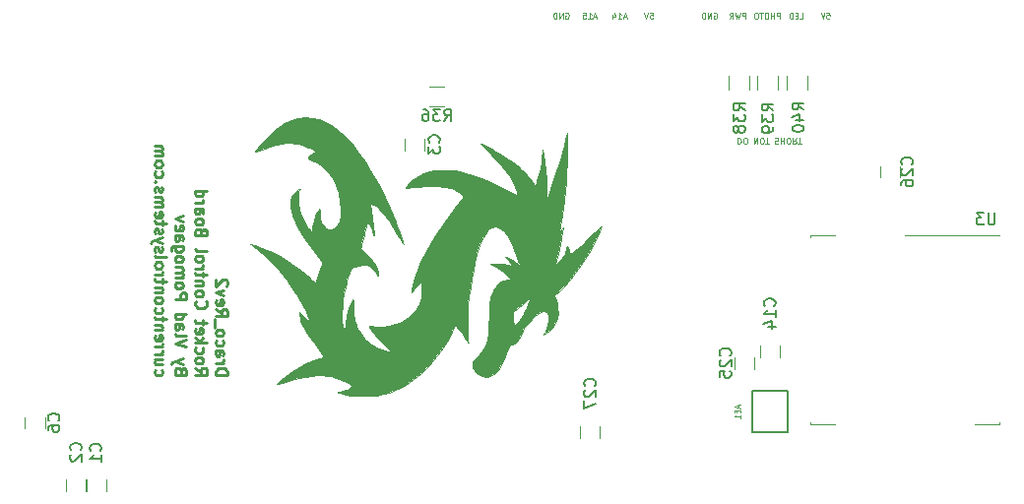
<source format=gbr>
G04 #@! TF.FileFunction,Legend,Bot*
%FSLAX46Y46*%
G04 Gerber Fmt 4.6, Leading zero omitted, Abs format (unit mm)*
G04 Created by KiCad (PCBNEW 4.0.7) date 01/31/18 14:54:27*
%MOMM*%
%LPD*%
G01*
G04 APERTURE LIST*
%ADD10C,0.100000*%
%ADD11C,0.125000*%
%ADD12C,0.250000*%
%ADD13C,0.150000*%
%ADD14C,0.120000*%
%ADD15C,0.010000*%
G04 APERTURE END LIST*
D10*
D11*
X148818553Y-77855000D02*
X148866172Y-77831190D01*
X148937600Y-77831190D01*
X149009029Y-77855000D01*
X149056648Y-77902619D01*
X149080457Y-77950238D01*
X149104267Y-78045476D01*
X149104267Y-78116905D01*
X149080457Y-78212143D01*
X149056648Y-78259762D01*
X149009029Y-78307381D01*
X148937600Y-78331190D01*
X148889981Y-78331190D01*
X148818553Y-78307381D01*
X148794743Y-78283571D01*
X148794743Y-78116905D01*
X148889981Y-78116905D01*
X148580457Y-78331190D02*
X148580457Y-77831190D01*
X148294743Y-78331190D01*
X148294743Y-77831190D01*
X148056647Y-78331190D02*
X148056647Y-77831190D01*
X147937600Y-77831190D01*
X147866171Y-77855000D01*
X147818552Y-77902619D01*
X147794743Y-77950238D01*
X147770933Y-78045476D01*
X147770933Y-78116905D01*
X147794743Y-78212143D01*
X147818552Y-78259762D01*
X147866171Y-78307381D01*
X147937600Y-78331190D01*
X148056647Y-78331190D01*
X151471237Y-78188333D02*
X151233142Y-78188333D01*
X151518856Y-78331190D02*
X151352189Y-77831190D01*
X151185523Y-78331190D01*
X150756952Y-78331190D02*
X151042666Y-78331190D01*
X150899809Y-78331190D02*
X150899809Y-77831190D01*
X150947428Y-77902619D01*
X150995047Y-77950238D01*
X151042666Y-77974048D01*
X150304571Y-77831190D02*
X150542666Y-77831190D01*
X150566476Y-78069286D01*
X150542666Y-78045476D01*
X150495047Y-78021667D01*
X150376000Y-78021667D01*
X150328381Y-78045476D01*
X150304571Y-78069286D01*
X150280762Y-78116905D01*
X150280762Y-78235952D01*
X150304571Y-78283571D01*
X150328381Y-78307381D01*
X150376000Y-78331190D01*
X150495047Y-78331190D01*
X150542666Y-78307381D01*
X150566476Y-78283571D01*
X154036637Y-78188333D02*
X153798542Y-78188333D01*
X154084256Y-78331190D02*
X153917589Y-77831190D01*
X153750923Y-78331190D01*
X153322352Y-78331190D02*
X153608066Y-78331190D01*
X153465209Y-78331190D02*
X153465209Y-77831190D01*
X153512828Y-77902619D01*
X153560447Y-77950238D01*
X153608066Y-77974048D01*
X152893781Y-77997857D02*
X152893781Y-78331190D01*
X153012828Y-77807381D02*
X153131876Y-78164524D01*
X152822352Y-78164524D01*
X156102037Y-77831190D02*
X156340132Y-77831190D01*
X156363942Y-78069286D01*
X156340132Y-78045476D01*
X156292513Y-78021667D01*
X156173466Y-78021667D01*
X156125847Y-78045476D01*
X156102037Y-78069286D01*
X156078228Y-78116905D01*
X156078228Y-78235952D01*
X156102037Y-78283571D01*
X156125847Y-78307381D01*
X156173466Y-78331190D01*
X156292513Y-78331190D01*
X156340132Y-78307381D01*
X156363942Y-78283571D01*
X155935371Y-77831190D02*
X155768704Y-78331190D01*
X155602038Y-77831190D01*
X171265837Y-77831190D02*
X171503932Y-77831190D01*
X171527742Y-78069286D01*
X171503932Y-78045476D01*
X171456313Y-78021667D01*
X171337266Y-78021667D01*
X171289647Y-78045476D01*
X171265837Y-78069286D01*
X171242028Y-78116905D01*
X171242028Y-78235952D01*
X171265837Y-78283571D01*
X171289647Y-78307381D01*
X171337266Y-78331190D01*
X171456313Y-78331190D01*
X171503932Y-78307381D01*
X171527742Y-78283571D01*
X171099171Y-77831190D02*
X170932504Y-78331190D01*
X170765838Y-77831190D01*
X168977428Y-78331190D02*
X169215523Y-78331190D01*
X169215523Y-77831190D01*
X168810761Y-78069286D02*
X168644095Y-78069286D01*
X168572666Y-78331190D02*
X168810761Y-78331190D01*
X168810761Y-77831190D01*
X168572666Y-77831190D01*
X168358380Y-78331190D02*
X168358380Y-77831190D01*
X168239333Y-77831190D01*
X168167904Y-77855000D01*
X168120285Y-77902619D01*
X168096476Y-77950238D01*
X168072666Y-78045476D01*
X168072666Y-78116905D01*
X168096476Y-78212143D01*
X168120285Y-78259762D01*
X168167904Y-78307381D01*
X168239333Y-78331190D01*
X168358380Y-78331190D01*
X167273943Y-78331190D02*
X167273943Y-77831190D01*
X167083467Y-77831190D01*
X167035848Y-77855000D01*
X167012039Y-77878810D01*
X166988229Y-77926429D01*
X166988229Y-77997857D01*
X167012039Y-78045476D01*
X167035848Y-78069286D01*
X167083467Y-78093095D01*
X167273943Y-78093095D01*
X166773943Y-78331190D02*
X166773943Y-77831190D01*
X166773943Y-78069286D02*
X166488229Y-78069286D01*
X166488229Y-78331190D02*
X166488229Y-77831190D01*
X166154895Y-77831190D02*
X166059657Y-77831190D01*
X166012038Y-77855000D01*
X165964419Y-77902619D01*
X165940610Y-77997857D01*
X165940610Y-78164524D01*
X165964419Y-78259762D01*
X166012038Y-78307381D01*
X166059657Y-78331190D01*
X166154895Y-78331190D01*
X166202514Y-78307381D01*
X166250133Y-78259762D01*
X166273943Y-78164524D01*
X166273943Y-77997857D01*
X166250133Y-77902619D01*
X166202514Y-77855000D01*
X166154895Y-77831190D01*
X165797752Y-77831190D02*
X165512038Y-77831190D01*
X165654895Y-78331190D02*
X165654895Y-77831190D01*
X165250133Y-77831190D02*
X165154895Y-77831190D01*
X165107276Y-77855000D01*
X165059657Y-77902619D01*
X165035848Y-77997857D01*
X165035848Y-78164524D01*
X165059657Y-78259762D01*
X165107276Y-78307381D01*
X165154895Y-78331190D01*
X165250133Y-78331190D01*
X165297752Y-78307381D01*
X165345371Y-78259762D01*
X165369181Y-78164524D01*
X165369181Y-77997857D01*
X165345371Y-77902619D01*
X165297752Y-77855000D01*
X165250133Y-77831190D01*
X164293466Y-78331190D02*
X164293466Y-77831190D01*
X164102990Y-77831190D01*
X164055371Y-77855000D01*
X164031562Y-77878810D01*
X164007752Y-77926429D01*
X164007752Y-77997857D01*
X164031562Y-78045476D01*
X164055371Y-78069286D01*
X164102990Y-78093095D01*
X164293466Y-78093095D01*
X163841085Y-77831190D02*
X163722038Y-78331190D01*
X163626800Y-77974048D01*
X163531562Y-78331190D01*
X163412514Y-77831190D01*
X162936323Y-78331190D02*
X163102990Y-78093095D01*
X163222037Y-78331190D02*
X163222037Y-77831190D01*
X163031561Y-77831190D01*
X162983942Y-77855000D01*
X162960133Y-77878810D01*
X162936323Y-77926429D01*
X162936323Y-77997857D01*
X162960133Y-78045476D01*
X162983942Y-78069286D01*
X163031561Y-78093095D01*
X163222037Y-78093095D01*
X161569353Y-77855000D02*
X161616972Y-77831190D01*
X161688400Y-77831190D01*
X161759829Y-77855000D01*
X161807448Y-77902619D01*
X161831257Y-77950238D01*
X161855067Y-78045476D01*
X161855067Y-78116905D01*
X161831257Y-78212143D01*
X161807448Y-78259762D01*
X161759829Y-78307381D01*
X161688400Y-78331190D01*
X161640781Y-78331190D01*
X161569353Y-78307381D01*
X161545543Y-78283571D01*
X161545543Y-78116905D01*
X161640781Y-78116905D01*
X161331257Y-78331190D02*
X161331257Y-77831190D01*
X161045543Y-78331190D01*
X161045543Y-77831190D01*
X160807447Y-78331190D02*
X160807447Y-77831190D01*
X160688400Y-77831190D01*
X160616971Y-77855000D01*
X160569352Y-77902619D01*
X160545543Y-77950238D01*
X160521733Y-78045476D01*
X160521733Y-78116905D01*
X160545543Y-78212143D01*
X160569352Y-78259762D01*
X160616971Y-78307381D01*
X160688400Y-78331190D01*
X160807447Y-78331190D01*
X163628724Y-88597610D02*
X163628724Y-89097610D01*
X163747771Y-89097610D01*
X163819200Y-89073800D01*
X163866819Y-89026181D01*
X163890628Y-88978562D01*
X163914438Y-88883324D01*
X163914438Y-88811895D01*
X163890628Y-88716657D01*
X163866819Y-88669038D01*
X163819200Y-88621419D01*
X163747771Y-88597610D01*
X163628724Y-88597610D01*
X164223962Y-89097610D02*
X164319200Y-89097610D01*
X164366819Y-89073800D01*
X164414438Y-89026181D01*
X164438247Y-88930943D01*
X164438247Y-88764276D01*
X164414438Y-88669038D01*
X164366819Y-88621419D01*
X164319200Y-88597610D01*
X164223962Y-88597610D01*
X164176343Y-88621419D01*
X164128724Y-88669038D01*
X164104914Y-88764276D01*
X164104914Y-88930943D01*
X164128724Y-89026181D01*
X164176343Y-89073800D01*
X164223962Y-89097610D01*
X165033486Y-88597610D02*
X165033486Y-89097610D01*
X165319200Y-88597610D01*
X165319200Y-89097610D01*
X165652534Y-89097610D02*
X165747772Y-89097610D01*
X165795391Y-89073800D01*
X165843010Y-89026181D01*
X165866819Y-88930943D01*
X165866819Y-88764276D01*
X165843010Y-88669038D01*
X165795391Y-88621419D01*
X165747772Y-88597610D01*
X165652534Y-88597610D01*
X165604915Y-88621419D01*
X165557296Y-88669038D01*
X165533486Y-88764276D01*
X165533486Y-88930943D01*
X165557296Y-89026181D01*
X165604915Y-89073800D01*
X165652534Y-89097610D01*
X166009677Y-89097610D02*
X166295391Y-89097610D01*
X166152534Y-88597610D02*
X166152534Y-89097610D01*
X166819200Y-88621419D02*
X166890629Y-88597610D01*
X167009676Y-88597610D01*
X167057295Y-88621419D01*
X167081105Y-88645229D01*
X167104914Y-88692848D01*
X167104914Y-88740467D01*
X167081105Y-88788086D01*
X167057295Y-88811895D01*
X167009676Y-88835705D01*
X166914438Y-88859514D01*
X166866819Y-88883324D01*
X166843010Y-88907133D01*
X166819200Y-88954752D01*
X166819200Y-89002371D01*
X166843010Y-89049990D01*
X166866819Y-89073800D01*
X166914438Y-89097610D01*
X167033486Y-89097610D01*
X167104914Y-89073800D01*
X167319200Y-88597610D02*
X167319200Y-89097610D01*
X167319200Y-88859514D02*
X167604914Y-88859514D01*
X167604914Y-88597610D02*
X167604914Y-89097610D01*
X167938248Y-89097610D02*
X168033486Y-89097610D01*
X168081105Y-89073800D01*
X168128724Y-89026181D01*
X168152533Y-88930943D01*
X168152533Y-88764276D01*
X168128724Y-88669038D01*
X168081105Y-88621419D01*
X168033486Y-88597610D01*
X167938248Y-88597610D01*
X167890629Y-88621419D01*
X167843010Y-88669038D01*
X167819200Y-88764276D01*
X167819200Y-88930943D01*
X167843010Y-89026181D01*
X167890629Y-89073800D01*
X167938248Y-89097610D01*
X168652534Y-88597610D02*
X168485867Y-88835705D01*
X168366820Y-88597610D02*
X168366820Y-89097610D01*
X168557296Y-89097610D01*
X168604915Y-89073800D01*
X168628724Y-89049990D01*
X168652534Y-89002371D01*
X168652534Y-88930943D01*
X168628724Y-88883324D01*
X168604915Y-88859514D01*
X168557296Y-88835705D01*
X168366820Y-88835705D01*
X168795391Y-89097610D02*
X169081105Y-89097610D01*
X168938248Y-88597610D02*
X168938248Y-89097610D01*
D12*
X118733219Y-108956505D02*
X119733219Y-108956505D01*
X119733219Y-108718410D01*
X119685600Y-108575552D01*
X119590362Y-108480314D01*
X119495124Y-108432695D01*
X119304648Y-108385076D01*
X119161790Y-108385076D01*
X118971314Y-108432695D01*
X118876076Y-108480314D01*
X118780838Y-108575552D01*
X118733219Y-108718410D01*
X118733219Y-108956505D01*
X118733219Y-107956505D02*
X119399886Y-107956505D01*
X119209410Y-107956505D02*
X119304648Y-107908886D01*
X119352267Y-107861267D01*
X119399886Y-107766029D01*
X119399886Y-107670790D01*
X118733219Y-106908885D02*
X119257029Y-106908885D01*
X119352267Y-106956504D01*
X119399886Y-107051742D01*
X119399886Y-107242219D01*
X119352267Y-107337457D01*
X118780838Y-106908885D02*
X118733219Y-107004123D01*
X118733219Y-107242219D01*
X118780838Y-107337457D01*
X118876076Y-107385076D01*
X118971314Y-107385076D01*
X119066552Y-107337457D01*
X119114171Y-107242219D01*
X119114171Y-107004123D01*
X119161790Y-106908885D01*
X118780838Y-106004123D02*
X118733219Y-106099361D01*
X118733219Y-106289838D01*
X118780838Y-106385076D01*
X118828457Y-106432695D01*
X118923695Y-106480314D01*
X119209410Y-106480314D01*
X119304648Y-106432695D01*
X119352267Y-106385076D01*
X119399886Y-106289838D01*
X119399886Y-106099361D01*
X119352267Y-106004123D01*
X118733219Y-105432695D02*
X118780838Y-105527933D01*
X118828457Y-105575552D01*
X118923695Y-105623171D01*
X119209410Y-105623171D01*
X119304648Y-105575552D01*
X119352267Y-105527933D01*
X119399886Y-105432695D01*
X119399886Y-105289837D01*
X119352267Y-105194599D01*
X119304648Y-105146980D01*
X119209410Y-105099361D01*
X118923695Y-105099361D01*
X118828457Y-105146980D01*
X118780838Y-105194599D01*
X118733219Y-105289837D01*
X118733219Y-105432695D01*
X118637981Y-104908885D02*
X118637981Y-104146980D01*
X118733219Y-103337456D02*
X119209410Y-103670790D01*
X118733219Y-103908885D02*
X119733219Y-103908885D01*
X119733219Y-103527932D01*
X119685600Y-103432694D01*
X119637981Y-103385075D01*
X119542743Y-103337456D01*
X119399886Y-103337456D01*
X119304648Y-103385075D01*
X119257029Y-103432694D01*
X119209410Y-103527932D01*
X119209410Y-103908885D01*
X118780838Y-102527932D02*
X118733219Y-102623170D01*
X118733219Y-102813647D01*
X118780838Y-102908885D01*
X118876076Y-102956504D01*
X119257029Y-102956504D01*
X119352267Y-102908885D01*
X119399886Y-102813647D01*
X119399886Y-102623170D01*
X119352267Y-102527932D01*
X119257029Y-102480313D01*
X119161790Y-102480313D01*
X119066552Y-102956504D01*
X119399886Y-102146980D02*
X118733219Y-101908885D01*
X119399886Y-101670789D01*
X119637981Y-101337456D02*
X119685600Y-101289837D01*
X119733219Y-101194599D01*
X119733219Y-100956503D01*
X119685600Y-100861265D01*
X119637981Y-100813646D01*
X119542743Y-100766027D01*
X119447505Y-100766027D01*
X119304648Y-100813646D01*
X118733219Y-101385075D01*
X118733219Y-100766027D01*
X116983219Y-108385076D02*
X117459410Y-108718410D01*
X116983219Y-108956505D02*
X117983219Y-108956505D01*
X117983219Y-108575552D01*
X117935600Y-108480314D01*
X117887981Y-108432695D01*
X117792743Y-108385076D01*
X117649886Y-108385076D01*
X117554648Y-108432695D01*
X117507029Y-108480314D01*
X117459410Y-108575552D01*
X117459410Y-108956505D01*
X116983219Y-107813648D02*
X117030838Y-107908886D01*
X117078457Y-107956505D01*
X117173695Y-108004124D01*
X117459410Y-108004124D01*
X117554648Y-107956505D01*
X117602267Y-107908886D01*
X117649886Y-107813648D01*
X117649886Y-107670790D01*
X117602267Y-107575552D01*
X117554648Y-107527933D01*
X117459410Y-107480314D01*
X117173695Y-107480314D01*
X117078457Y-107527933D01*
X117030838Y-107575552D01*
X116983219Y-107670790D01*
X116983219Y-107813648D01*
X117030838Y-106623171D02*
X116983219Y-106718409D01*
X116983219Y-106908886D01*
X117030838Y-107004124D01*
X117078457Y-107051743D01*
X117173695Y-107099362D01*
X117459410Y-107099362D01*
X117554648Y-107051743D01*
X117602267Y-107004124D01*
X117649886Y-106908886D01*
X117649886Y-106718409D01*
X117602267Y-106623171D01*
X116983219Y-106194600D02*
X117983219Y-106194600D01*
X117364171Y-106099362D02*
X116983219Y-105813647D01*
X117649886Y-105813647D02*
X117268933Y-106194600D01*
X117030838Y-105004123D02*
X116983219Y-105099361D01*
X116983219Y-105289838D01*
X117030838Y-105385076D01*
X117126076Y-105432695D01*
X117507029Y-105432695D01*
X117602267Y-105385076D01*
X117649886Y-105289838D01*
X117649886Y-105099361D01*
X117602267Y-105004123D01*
X117507029Y-104956504D01*
X117411790Y-104956504D01*
X117316552Y-105432695D01*
X117649886Y-104670790D02*
X117649886Y-104289838D01*
X117983219Y-104527933D02*
X117126076Y-104527933D01*
X117030838Y-104480314D01*
X116983219Y-104385076D01*
X116983219Y-104289838D01*
X117078457Y-102623170D02*
X117030838Y-102670789D01*
X116983219Y-102813646D01*
X116983219Y-102908884D01*
X117030838Y-103051742D01*
X117126076Y-103146980D01*
X117221314Y-103194599D01*
X117411790Y-103242218D01*
X117554648Y-103242218D01*
X117745124Y-103194599D01*
X117840362Y-103146980D01*
X117935600Y-103051742D01*
X117983219Y-102908884D01*
X117983219Y-102813646D01*
X117935600Y-102670789D01*
X117887981Y-102623170D01*
X116983219Y-102051742D02*
X117030838Y-102146980D01*
X117078457Y-102194599D01*
X117173695Y-102242218D01*
X117459410Y-102242218D01*
X117554648Y-102194599D01*
X117602267Y-102146980D01*
X117649886Y-102051742D01*
X117649886Y-101908884D01*
X117602267Y-101813646D01*
X117554648Y-101766027D01*
X117459410Y-101718408D01*
X117173695Y-101718408D01*
X117078457Y-101766027D01*
X117030838Y-101813646D01*
X116983219Y-101908884D01*
X116983219Y-102051742D01*
X117649886Y-101289837D02*
X116983219Y-101289837D01*
X117554648Y-101289837D02*
X117602267Y-101242218D01*
X117649886Y-101146980D01*
X117649886Y-101004122D01*
X117602267Y-100908884D01*
X117507029Y-100861265D01*
X116983219Y-100861265D01*
X117649886Y-100527932D02*
X117649886Y-100146980D01*
X117983219Y-100385075D02*
X117126076Y-100385075D01*
X117030838Y-100337456D01*
X116983219Y-100242218D01*
X116983219Y-100146980D01*
X116983219Y-99813646D02*
X117649886Y-99813646D01*
X117459410Y-99813646D02*
X117554648Y-99766027D01*
X117602267Y-99718408D01*
X117649886Y-99623170D01*
X117649886Y-99527931D01*
X116983219Y-99051741D02*
X117030838Y-99146979D01*
X117078457Y-99194598D01*
X117173695Y-99242217D01*
X117459410Y-99242217D01*
X117554648Y-99194598D01*
X117602267Y-99146979D01*
X117649886Y-99051741D01*
X117649886Y-98908883D01*
X117602267Y-98813645D01*
X117554648Y-98766026D01*
X117459410Y-98718407D01*
X117173695Y-98718407D01*
X117078457Y-98766026D01*
X117030838Y-98813645D01*
X116983219Y-98908883D01*
X116983219Y-99051741D01*
X116983219Y-98146979D02*
X117030838Y-98242217D01*
X117126076Y-98289836D01*
X117983219Y-98289836D01*
X117507029Y-96670787D02*
X117459410Y-96527930D01*
X117411790Y-96480311D01*
X117316552Y-96432692D01*
X117173695Y-96432692D01*
X117078457Y-96480311D01*
X117030838Y-96527930D01*
X116983219Y-96623168D01*
X116983219Y-97004121D01*
X117983219Y-97004121D01*
X117983219Y-96670787D01*
X117935600Y-96575549D01*
X117887981Y-96527930D01*
X117792743Y-96480311D01*
X117697505Y-96480311D01*
X117602267Y-96527930D01*
X117554648Y-96575549D01*
X117507029Y-96670787D01*
X117507029Y-97004121D01*
X116983219Y-95861264D02*
X117030838Y-95956502D01*
X117078457Y-96004121D01*
X117173695Y-96051740D01*
X117459410Y-96051740D01*
X117554648Y-96004121D01*
X117602267Y-95956502D01*
X117649886Y-95861264D01*
X117649886Y-95718406D01*
X117602267Y-95623168D01*
X117554648Y-95575549D01*
X117459410Y-95527930D01*
X117173695Y-95527930D01*
X117078457Y-95575549D01*
X117030838Y-95623168D01*
X116983219Y-95718406D01*
X116983219Y-95861264D01*
X116983219Y-94670787D02*
X117507029Y-94670787D01*
X117602267Y-94718406D01*
X117649886Y-94813644D01*
X117649886Y-95004121D01*
X117602267Y-95099359D01*
X117030838Y-94670787D02*
X116983219Y-94766025D01*
X116983219Y-95004121D01*
X117030838Y-95099359D01*
X117126076Y-95146978D01*
X117221314Y-95146978D01*
X117316552Y-95099359D01*
X117364171Y-95004121D01*
X117364171Y-94766025D01*
X117411790Y-94670787D01*
X116983219Y-94194597D02*
X117649886Y-94194597D01*
X117459410Y-94194597D02*
X117554648Y-94146978D01*
X117602267Y-94099359D01*
X117649886Y-94004121D01*
X117649886Y-93908882D01*
X116983219Y-93146977D02*
X117983219Y-93146977D01*
X117030838Y-93146977D02*
X116983219Y-93242215D01*
X116983219Y-93432692D01*
X117030838Y-93527930D01*
X117078457Y-93575549D01*
X117173695Y-93623168D01*
X117459410Y-93623168D01*
X117554648Y-93575549D01*
X117602267Y-93527930D01*
X117649886Y-93432692D01*
X117649886Y-93242215D01*
X117602267Y-93146977D01*
X115757029Y-108623171D02*
X115709410Y-108480314D01*
X115661790Y-108432695D01*
X115566552Y-108385076D01*
X115423695Y-108385076D01*
X115328457Y-108432695D01*
X115280838Y-108480314D01*
X115233219Y-108575552D01*
X115233219Y-108956505D01*
X116233219Y-108956505D01*
X116233219Y-108623171D01*
X116185600Y-108527933D01*
X116137981Y-108480314D01*
X116042743Y-108432695D01*
X115947505Y-108432695D01*
X115852267Y-108480314D01*
X115804648Y-108527933D01*
X115757029Y-108623171D01*
X115757029Y-108956505D01*
X115899886Y-108051743D02*
X115233219Y-107813648D01*
X115899886Y-107575552D02*
X115233219Y-107813648D01*
X114995124Y-107908886D01*
X114947505Y-107956505D01*
X114899886Y-108051743D01*
X116233219Y-106575552D02*
X115233219Y-106242219D01*
X116233219Y-105908885D01*
X115233219Y-105432695D02*
X115280838Y-105527933D01*
X115376076Y-105575552D01*
X116233219Y-105575552D01*
X115233219Y-104623170D02*
X115757029Y-104623170D01*
X115852267Y-104670789D01*
X115899886Y-104766027D01*
X115899886Y-104956504D01*
X115852267Y-105051742D01*
X115280838Y-104623170D02*
X115233219Y-104718408D01*
X115233219Y-104956504D01*
X115280838Y-105051742D01*
X115376076Y-105099361D01*
X115471314Y-105099361D01*
X115566552Y-105051742D01*
X115614171Y-104956504D01*
X115614171Y-104718408D01*
X115661790Y-104623170D01*
X115233219Y-103718408D02*
X116233219Y-103718408D01*
X115280838Y-103718408D02*
X115233219Y-103813646D01*
X115233219Y-104004123D01*
X115280838Y-104099361D01*
X115328457Y-104146980D01*
X115423695Y-104194599D01*
X115709410Y-104194599D01*
X115804648Y-104146980D01*
X115852267Y-104099361D01*
X115899886Y-104004123D01*
X115899886Y-103813646D01*
X115852267Y-103718408D01*
X115233219Y-102480313D02*
X116233219Y-102480313D01*
X116233219Y-102099360D01*
X116185600Y-102004122D01*
X116137981Y-101956503D01*
X116042743Y-101908884D01*
X115899886Y-101908884D01*
X115804648Y-101956503D01*
X115757029Y-102004122D01*
X115709410Y-102099360D01*
X115709410Y-102480313D01*
X115233219Y-101337456D02*
X115280838Y-101432694D01*
X115328457Y-101480313D01*
X115423695Y-101527932D01*
X115709410Y-101527932D01*
X115804648Y-101480313D01*
X115852267Y-101432694D01*
X115899886Y-101337456D01*
X115899886Y-101194598D01*
X115852267Y-101099360D01*
X115804648Y-101051741D01*
X115709410Y-101004122D01*
X115423695Y-101004122D01*
X115328457Y-101051741D01*
X115280838Y-101099360D01*
X115233219Y-101194598D01*
X115233219Y-101337456D01*
X115233219Y-100575551D02*
X115899886Y-100575551D01*
X115804648Y-100575551D02*
X115852267Y-100527932D01*
X115899886Y-100432694D01*
X115899886Y-100289836D01*
X115852267Y-100194598D01*
X115757029Y-100146979D01*
X115233219Y-100146979D01*
X115757029Y-100146979D02*
X115852267Y-100099360D01*
X115899886Y-100004122D01*
X115899886Y-99861265D01*
X115852267Y-99766027D01*
X115757029Y-99718408D01*
X115233219Y-99718408D01*
X115233219Y-99099361D02*
X115280838Y-99194599D01*
X115328457Y-99242218D01*
X115423695Y-99289837D01*
X115709410Y-99289837D01*
X115804648Y-99242218D01*
X115852267Y-99194599D01*
X115899886Y-99099361D01*
X115899886Y-98956503D01*
X115852267Y-98861265D01*
X115804648Y-98813646D01*
X115709410Y-98766027D01*
X115423695Y-98766027D01*
X115328457Y-98813646D01*
X115280838Y-98861265D01*
X115233219Y-98956503D01*
X115233219Y-99099361D01*
X115899886Y-97908884D02*
X115090362Y-97908884D01*
X114995124Y-97956503D01*
X114947505Y-98004122D01*
X114899886Y-98099361D01*
X114899886Y-98242218D01*
X114947505Y-98337456D01*
X115280838Y-97908884D02*
X115233219Y-98004122D01*
X115233219Y-98194599D01*
X115280838Y-98289837D01*
X115328457Y-98337456D01*
X115423695Y-98385075D01*
X115709410Y-98385075D01*
X115804648Y-98337456D01*
X115852267Y-98289837D01*
X115899886Y-98194599D01*
X115899886Y-98004122D01*
X115852267Y-97908884D01*
X115233219Y-97004122D02*
X115757029Y-97004122D01*
X115852267Y-97051741D01*
X115899886Y-97146979D01*
X115899886Y-97337456D01*
X115852267Y-97432694D01*
X115280838Y-97004122D02*
X115233219Y-97099360D01*
X115233219Y-97337456D01*
X115280838Y-97432694D01*
X115376076Y-97480313D01*
X115471314Y-97480313D01*
X115566552Y-97432694D01*
X115614171Y-97337456D01*
X115614171Y-97099360D01*
X115661790Y-97004122D01*
X115280838Y-96146979D02*
X115233219Y-96242217D01*
X115233219Y-96432694D01*
X115280838Y-96527932D01*
X115376076Y-96575551D01*
X115757029Y-96575551D01*
X115852267Y-96527932D01*
X115899886Y-96432694D01*
X115899886Y-96242217D01*
X115852267Y-96146979D01*
X115757029Y-96099360D01*
X115661790Y-96099360D01*
X115566552Y-96575551D01*
X115899886Y-95766027D02*
X115233219Y-95527932D01*
X115899886Y-95289836D01*
X113530838Y-108527933D02*
X113483219Y-108623171D01*
X113483219Y-108813648D01*
X113530838Y-108908886D01*
X113578457Y-108956505D01*
X113673695Y-109004124D01*
X113959410Y-109004124D01*
X114054648Y-108956505D01*
X114102267Y-108908886D01*
X114149886Y-108813648D01*
X114149886Y-108623171D01*
X114102267Y-108527933D01*
X114149886Y-107670790D02*
X113483219Y-107670790D01*
X114149886Y-108099362D02*
X113626076Y-108099362D01*
X113530838Y-108051743D01*
X113483219Y-107956505D01*
X113483219Y-107813647D01*
X113530838Y-107718409D01*
X113578457Y-107670790D01*
X113483219Y-107194600D02*
X114149886Y-107194600D01*
X113959410Y-107194600D02*
X114054648Y-107146981D01*
X114102267Y-107099362D01*
X114149886Y-107004124D01*
X114149886Y-106908885D01*
X113483219Y-106575552D02*
X114149886Y-106575552D01*
X113959410Y-106575552D02*
X114054648Y-106527933D01*
X114102267Y-106480314D01*
X114149886Y-106385076D01*
X114149886Y-106289837D01*
X113530838Y-105575551D02*
X113483219Y-105670789D01*
X113483219Y-105861266D01*
X113530838Y-105956504D01*
X113626076Y-106004123D01*
X114007029Y-106004123D01*
X114102267Y-105956504D01*
X114149886Y-105861266D01*
X114149886Y-105670789D01*
X114102267Y-105575551D01*
X114007029Y-105527932D01*
X113911790Y-105527932D01*
X113816552Y-106004123D01*
X114149886Y-105099361D02*
X113483219Y-105099361D01*
X114054648Y-105099361D02*
X114102267Y-105051742D01*
X114149886Y-104956504D01*
X114149886Y-104813646D01*
X114102267Y-104718408D01*
X114007029Y-104670789D01*
X113483219Y-104670789D01*
X114149886Y-104337456D02*
X114149886Y-103956504D01*
X114483219Y-104194599D02*
X113626076Y-104194599D01*
X113530838Y-104146980D01*
X113483219Y-104051742D01*
X113483219Y-103956504D01*
X113530838Y-103194598D02*
X113483219Y-103289836D01*
X113483219Y-103480313D01*
X113530838Y-103575551D01*
X113578457Y-103623170D01*
X113673695Y-103670789D01*
X113959410Y-103670789D01*
X114054648Y-103623170D01*
X114102267Y-103575551D01*
X114149886Y-103480313D01*
X114149886Y-103289836D01*
X114102267Y-103194598D01*
X113483219Y-102623170D02*
X113530838Y-102718408D01*
X113578457Y-102766027D01*
X113673695Y-102813646D01*
X113959410Y-102813646D01*
X114054648Y-102766027D01*
X114102267Y-102718408D01*
X114149886Y-102623170D01*
X114149886Y-102480312D01*
X114102267Y-102385074D01*
X114054648Y-102337455D01*
X113959410Y-102289836D01*
X113673695Y-102289836D01*
X113578457Y-102337455D01*
X113530838Y-102385074D01*
X113483219Y-102480312D01*
X113483219Y-102623170D01*
X114149886Y-101861265D02*
X113483219Y-101861265D01*
X114054648Y-101861265D02*
X114102267Y-101813646D01*
X114149886Y-101718408D01*
X114149886Y-101575550D01*
X114102267Y-101480312D01*
X114007029Y-101432693D01*
X113483219Y-101432693D01*
X114149886Y-101099360D02*
X114149886Y-100718408D01*
X114483219Y-100956503D02*
X113626076Y-100956503D01*
X113530838Y-100908884D01*
X113483219Y-100813646D01*
X113483219Y-100718408D01*
X113483219Y-100385074D02*
X114149886Y-100385074D01*
X113959410Y-100385074D02*
X114054648Y-100337455D01*
X114102267Y-100289836D01*
X114149886Y-100194598D01*
X114149886Y-100099359D01*
X113483219Y-99623169D02*
X113530838Y-99718407D01*
X113578457Y-99766026D01*
X113673695Y-99813645D01*
X113959410Y-99813645D01*
X114054648Y-99766026D01*
X114102267Y-99718407D01*
X114149886Y-99623169D01*
X114149886Y-99480311D01*
X114102267Y-99385073D01*
X114054648Y-99337454D01*
X113959410Y-99289835D01*
X113673695Y-99289835D01*
X113578457Y-99337454D01*
X113530838Y-99385073D01*
X113483219Y-99480311D01*
X113483219Y-99623169D01*
X113483219Y-98718407D02*
X113530838Y-98813645D01*
X113626076Y-98861264D01*
X114483219Y-98861264D01*
X113530838Y-98385073D02*
X113483219Y-98289835D01*
X113483219Y-98099359D01*
X113530838Y-98004120D01*
X113626076Y-97956501D01*
X113673695Y-97956501D01*
X113768933Y-98004120D01*
X113816552Y-98099359D01*
X113816552Y-98242216D01*
X113864171Y-98337454D01*
X113959410Y-98385073D01*
X114007029Y-98385073D01*
X114102267Y-98337454D01*
X114149886Y-98242216D01*
X114149886Y-98099359D01*
X114102267Y-98004120D01*
X114149886Y-97623168D02*
X113483219Y-97385073D01*
X114149886Y-97146977D02*
X113483219Y-97385073D01*
X113245124Y-97480311D01*
X113197505Y-97527930D01*
X113149886Y-97623168D01*
X113530838Y-96813644D02*
X113483219Y-96718406D01*
X113483219Y-96527930D01*
X113530838Y-96432691D01*
X113626076Y-96385072D01*
X113673695Y-96385072D01*
X113768933Y-96432691D01*
X113816552Y-96527930D01*
X113816552Y-96670787D01*
X113864171Y-96766025D01*
X113959410Y-96813644D01*
X114007029Y-96813644D01*
X114102267Y-96766025D01*
X114149886Y-96670787D01*
X114149886Y-96527930D01*
X114102267Y-96432691D01*
X114149886Y-96099358D02*
X114149886Y-95718406D01*
X114483219Y-95956501D02*
X113626076Y-95956501D01*
X113530838Y-95908882D01*
X113483219Y-95813644D01*
X113483219Y-95718406D01*
X113530838Y-95004119D02*
X113483219Y-95099357D01*
X113483219Y-95289834D01*
X113530838Y-95385072D01*
X113626076Y-95432691D01*
X114007029Y-95432691D01*
X114102267Y-95385072D01*
X114149886Y-95289834D01*
X114149886Y-95099357D01*
X114102267Y-95004119D01*
X114007029Y-94956500D01*
X113911790Y-94956500D01*
X113816552Y-95432691D01*
X113483219Y-94527929D02*
X114149886Y-94527929D01*
X114054648Y-94527929D02*
X114102267Y-94480310D01*
X114149886Y-94385072D01*
X114149886Y-94242214D01*
X114102267Y-94146976D01*
X114007029Y-94099357D01*
X113483219Y-94099357D01*
X114007029Y-94099357D02*
X114102267Y-94051738D01*
X114149886Y-93956500D01*
X114149886Y-93813643D01*
X114102267Y-93718405D01*
X114007029Y-93670786D01*
X113483219Y-93670786D01*
X113530838Y-93242215D02*
X113483219Y-93146977D01*
X113483219Y-92956501D01*
X113530838Y-92861262D01*
X113626076Y-92813643D01*
X113673695Y-92813643D01*
X113768933Y-92861262D01*
X113816552Y-92956501D01*
X113816552Y-93099358D01*
X113864171Y-93194596D01*
X113959410Y-93242215D01*
X114007029Y-93242215D01*
X114102267Y-93194596D01*
X114149886Y-93099358D01*
X114149886Y-92956501D01*
X114102267Y-92861262D01*
X113578457Y-92385072D02*
X113530838Y-92337453D01*
X113483219Y-92385072D01*
X113530838Y-92432691D01*
X113578457Y-92385072D01*
X113483219Y-92385072D01*
X113530838Y-91480310D02*
X113483219Y-91575548D01*
X113483219Y-91766025D01*
X113530838Y-91861263D01*
X113578457Y-91908882D01*
X113673695Y-91956501D01*
X113959410Y-91956501D01*
X114054648Y-91908882D01*
X114102267Y-91861263D01*
X114149886Y-91766025D01*
X114149886Y-91575548D01*
X114102267Y-91480310D01*
X113483219Y-90908882D02*
X113530838Y-91004120D01*
X113578457Y-91051739D01*
X113673695Y-91099358D01*
X113959410Y-91099358D01*
X114054648Y-91051739D01*
X114102267Y-91004120D01*
X114149886Y-90908882D01*
X114149886Y-90766024D01*
X114102267Y-90670786D01*
X114054648Y-90623167D01*
X113959410Y-90575548D01*
X113673695Y-90575548D01*
X113578457Y-90623167D01*
X113530838Y-90670786D01*
X113483219Y-90766024D01*
X113483219Y-90908882D01*
X113483219Y-90146977D02*
X114149886Y-90146977D01*
X114054648Y-90146977D02*
X114102267Y-90099358D01*
X114149886Y-90004120D01*
X114149886Y-89861262D01*
X114102267Y-89766024D01*
X114007029Y-89718405D01*
X113483219Y-89718405D01*
X114007029Y-89718405D02*
X114102267Y-89670786D01*
X114149886Y-89575548D01*
X114149886Y-89432691D01*
X114102267Y-89337453D01*
X114007029Y-89289834D01*
X113483219Y-89289834D01*
D13*
X164895400Y-113865600D02*
X164895400Y-110365600D01*
X164895400Y-110365600D02*
X167895400Y-110365600D01*
X167895400Y-110365600D02*
X167895400Y-113865600D01*
X167895400Y-113865600D02*
X164895400Y-113865600D01*
D14*
X107608000Y-118965600D02*
X107608000Y-117965600D01*
X109308000Y-117965600D02*
X109308000Y-118965600D01*
X105855400Y-118991000D02*
X105855400Y-117991000D01*
X107555400Y-117991000D02*
X107555400Y-118991000D01*
X136663800Y-88654000D02*
X136663800Y-89654000D01*
X134963800Y-89654000D02*
X134963800Y-88654000D01*
X104050200Y-112606200D02*
X104050200Y-113606200D01*
X102350200Y-113606200D02*
X102350200Y-112606200D01*
X165545400Y-107434000D02*
X165545400Y-106434000D01*
X167245400Y-106434000D02*
X167245400Y-107434000D01*
X163335600Y-108475400D02*
X163335600Y-107475400D01*
X165035600Y-107475400D02*
X165035600Y-108475400D01*
X177583200Y-91016200D02*
X177583200Y-92016200D01*
X175883200Y-92016200D02*
X175883200Y-91016200D01*
X150026000Y-114393600D02*
X150026000Y-113393600D01*
X151726000Y-113393600D02*
X151726000Y-114393600D01*
D10*
X186097800Y-96985200D02*
X177977800Y-96985200D01*
X171977800Y-113225200D02*
X169857800Y-113225200D01*
X169857800Y-113225200D02*
X169857800Y-113055200D01*
X186097800Y-113225200D02*
X183977800Y-113225200D01*
X186097800Y-113225200D02*
X186097800Y-113055200D01*
X171977800Y-96985200D02*
X169857800Y-96985200D01*
X169857800Y-96985200D02*
X169857800Y-97155200D01*
D14*
X138344200Y-84159200D02*
X137144200Y-84159200D01*
X137144200Y-85919200D02*
X138344200Y-85919200D01*
X162848400Y-83245400D02*
X162848400Y-84445400D01*
X164608400Y-84445400D02*
X164608400Y-83245400D01*
X165337600Y-83245400D02*
X165337600Y-84445400D01*
X167097600Y-84445400D02*
X167097600Y-83245400D01*
X167877600Y-83245400D02*
X167877600Y-84445400D01*
X169637600Y-84445400D02*
X169637600Y-83245400D01*
D15*
G36*
X151857990Y-96223467D02*
X151763843Y-96305765D01*
X151621387Y-96437951D01*
X151442450Y-96609110D01*
X151295100Y-96752869D01*
X150855343Y-97180544D01*
X150459772Y-97555667D01*
X150112341Y-97874795D01*
X149817001Y-98134483D01*
X149577707Y-98331287D01*
X149398411Y-98461762D01*
X149283065Y-98522466D01*
X149259452Y-98526600D01*
X149208097Y-98482939D01*
X149171484Y-98386900D01*
X149131197Y-98246090D01*
X149071079Y-98080870D01*
X149060223Y-98054531D01*
X148979014Y-97861862D01*
X148897892Y-98184119D01*
X148749667Y-98579619D01*
X148518020Y-98948327D01*
X148246845Y-99238591D01*
X148088500Y-99370363D01*
X147994225Y-99428093D01*
X147959182Y-99412399D01*
X147978531Y-99323900D01*
X147999607Y-99270188D01*
X148054587Y-99108469D01*
X148121868Y-98861794D01*
X148197987Y-98545577D01*
X148279482Y-98175233D01*
X148362891Y-97766176D01*
X148444751Y-97333820D01*
X148484131Y-97113077D01*
X148628942Y-96283753D01*
X148483001Y-96423573D01*
X148385546Y-96505576D01*
X148320335Y-96539685D01*
X148311061Y-96537394D01*
X148310522Y-96479410D01*
X148332406Y-96348962D01*
X148372210Y-96171556D01*
X148383793Y-96125359D01*
X148480249Y-95688238D01*
X148570277Y-95161814D01*
X148652892Y-94558237D01*
X148727108Y-93889658D01*
X148791940Y-93168227D01*
X148846401Y-92406094D01*
X148889506Y-91615411D01*
X148920270Y-90808327D01*
X148937705Y-89996994D01*
X148941121Y-89255600D01*
X148936872Y-88188800D01*
X148819873Y-88722200D01*
X148696893Y-89238012D01*
X148537138Y-89834565D01*
X148344260Y-90499389D01*
X148121910Y-91220014D01*
X147873740Y-91983971D01*
X147800778Y-92202000D01*
X147643314Y-92668665D01*
X147514683Y-93047396D01*
X147411809Y-93346721D01*
X147331611Y-93575165D01*
X147271013Y-93741253D01*
X147226936Y-93853511D01*
X147196303Y-93920465D01*
X147176034Y-93950641D01*
X147168001Y-93954652D01*
X147160898Y-93906466D01*
X147156372Y-93772202D01*
X147154549Y-93567354D01*
X147155554Y-93307414D01*
X147159513Y-93007876D01*
X147160069Y-92976752D01*
X147157256Y-92146360D01*
X147118628Y-91363282D01*
X147045397Y-90644970D01*
X146961978Y-90124840D01*
X146919673Y-89911872D01*
X146882712Y-89739610D01*
X146856013Y-89630235D01*
X146846325Y-89603192D01*
X146836597Y-89642839D01*
X146824361Y-89765046D01*
X146811180Y-89950854D01*
X146798620Y-90181306D01*
X146798598Y-90181752D01*
X146775673Y-90491191D01*
X146737382Y-90832613D01*
X146690050Y-91154088D01*
X146661332Y-91309065D01*
X146604700Y-91552706D01*
X146533258Y-91813374D01*
X146453889Y-92070713D01*
X146373473Y-92304365D01*
X146298891Y-92493972D01*
X146237025Y-92619177D01*
X146205637Y-92657200D01*
X146161018Y-92630131D01*
X146082171Y-92535107D01*
X145985599Y-92392201D01*
X145978881Y-92381376D01*
X145805167Y-92135428D01*
X145569198Y-91852078D01*
X145291347Y-91553045D01*
X144991986Y-91260046D01*
X144691487Y-90994800D01*
X144634550Y-90948208D01*
X144247444Y-90654200D01*
X143797270Y-90342524D01*
X143310884Y-90029766D01*
X142815143Y-89732512D01*
X142336905Y-89467352D01*
X141903024Y-89250870D01*
X141839058Y-89221654D01*
X141514315Y-89075551D01*
X142270858Y-89854181D01*
X142805459Y-90419108D01*
X143261847Y-90933926D01*
X143645675Y-91405879D01*
X143962593Y-91842208D01*
X144218253Y-92250158D01*
X144381724Y-92559399D01*
X144481000Y-92791099D01*
X144557979Y-93021666D01*
X144607998Y-93230096D01*
X144626393Y-93395389D01*
X144608502Y-93496540D01*
X144593361Y-93512565D01*
X144533292Y-93499887D01*
X144406483Y-93443308D01*
X144232612Y-93352355D01*
X144066399Y-93257434D01*
X143721753Y-93063395D01*
X143314732Y-92850073D01*
X142871898Y-92630145D01*
X142419814Y-92416292D01*
X141985042Y-92221191D01*
X141594146Y-92057521D01*
X141381881Y-91976078D01*
X140829588Y-91790369D01*
X140263149Y-91629127D01*
X139716333Y-91501108D01*
X139222905Y-91415065D01*
X139212721Y-91413685D01*
X138909057Y-91385455D01*
X138556461Y-91372824D01*
X138182025Y-91374868D01*
X137812843Y-91390667D01*
X137476007Y-91419298D01*
X137198610Y-91459838D01*
X137083800Y-91486155D01*
X136627824Y-91646913D01*
X136181883Y-91869121D01*
X135770915Y-92137196D01*
X135419857Y-92435553D01*
X135231013Y-92644090D01*
X135127983Y-92777392D01*
X135058670Y-92874657D01*
X135038289Y-92914007D01*
X135090872Y-92911013D01*
X135220510Y-92893891D01*
X135404148Y-92865837D01*
X135509000Y-92848713D01*
X135801344Y-92813336D01*
X136194081Y-92787856D01*
X136686484Y-92772309D01*
X137134600Y-92767122D01*
X137606463Y-92768095D01*
X137993360Y-92777326D01*
X138311747Y-92797078D01*
X138578081Y-92829613D01*
X138808818Y-92877192D01*
X139020415Y-92942079D01*
X139229329Y-93026534D01*
X139317755Y-93067212D01*
X139507460Y-93172863D01*
X139691901Y-93302461D01*
X139850192Y-93438062D01*
X139961444Y-93561722D01*
X140004768Y-93655495D01*
X140004800Y-93657438D01*
X139974400Y-93722240D01*
X139890979Y-93848881D01*
X139766204Y-94020854D01*
X139611745Y-94221655D01*
X139559316Y-94287604D01*
X138881288Y-95162753D01*
X138256988Y-96027407D01*
X137689820Y-96875396D01*
X137183187Y-97700550D01*
X136740493Y-98496702D01*
X136365141Y-99257682D01*
X136060535Y-99977321D01*
X135830078Y-100649450D01*
X135677175Y-101267899D01*
X135661739Y-101352206D01*
X135617776Y-101616617D01*
X135595341Y-101788489D01*
X135594884Y-101874676D01*
X135616855Y-101882029D01*
X135661705Y-101817400D01*
X135689042Y-101767473D01*
X135769256Y-101641352D01*
X135883970Y-101492172D01*
X136016187Y-101338215D01*
X136148913Y-101197764D01*
X136265150Y-101089102D01*
X136347902Y-101030513D01*
X136376141Y-101028364D01*
X136401639Y-101103128D01*
X136421057Y-101255636D01*
X136433994Y-101462190D01*
X136440045Y-101699093D01*
X136438808Y-101942647D01*
X136429882Y-102169155D01*
X136412861Y-102354918D01*
X136399975Y-102430812D01*
X136246792Y-102899265D01*
X136002691Y-103337632D01*
X135676460Y-103735351D01*
X135276889Y-104081862D01*
X134812765Y-104366603D01*
X134772400Y-104386745D01*
X134211703Y-104620770D01*
X133645734Y-104778541D01*
X133091786Y-104856811D01*
X132567150Y-104852330D01*
X132402351Y-104831975D01*
X132209418Y-104799319D01*
X132048007Y-104767127D01*
X131952035Y-104742185D01*
X131950214Y-104741502D01*
X131908168Y-104736997D01*
X131911099Y-104782139D01*
X131962472Y-104891951D01*
X132001972Y-104965832D01*
X132135016Y-105173203D01*
X132329356Y-105426857D01*
X132568337Y-105707916D01*
X132835305Y-105997500D01*
X133113605Y-106276729D01*
X133353316Y-106497714D01*
X133526575Y-106652297D01*
X133669430Y-106784169D01*
X133765648Y-106878056D01*
X133798734Y-106916814D01*
X133776430Y-106953586D01*
X133676211Y-106956053D01*
X133514147Y-106928504D01*
X133306307Y-106875228D01*
X133068759Y-106800515D01*
X132817574Y-106708655D01*
X132568820Y-106603935D01*
X132490899Y-106567715D01*
X132006330Y-106281399D01*
X131583207Y-105916638D01*
X131226085Y-105479164D01*
X130939517Y-104974710D01*
X130728057Y-104409007D01*
X130702318Y-104316289D01*
X130652508Y-104106789D01*
X130618689Y-103902098D01*
X130597990Y-103673608D01*
X130587543Y-103392707D01*
X130584769Y-103144054D01*
X130582177Y-102839827D01*
X130574779Y-102632734D01*
X130558315Y-102518306D01*
X130528524Y-102492078D01*
X130481148Y-102549584D01*
X130411925Y-102686358D01*
X130327208Y-102874024D01*
X130113879Y-103447291D01*
X129970362Y-104038430D01*
X129909305Y-104542371D01*
X129879871Y-105046341D01*
X129763991Y-104911623D01*
X129694833Y-104807968D01*
X129644912Y-104672205D01*
X129612643Y-104490549D01*
X129596444Y-104249212D01*
X129594730Y-103934408D01*
X129605825Y-103534789D01*
X129638544Y-103024606D01*
X129696818Y-102491731D01*
X129776806Y-101955905D01*
X129874667Y-101436871D01*
X129986560Y-100954370D01*
X130108643Y-100528144D01*
X130237077Y-100177935D01*
X130275673Y-100091909D01*
X130370540Y-99914782D01*
X130467486Y-99801188D01*
X130597750Y-99717333D01*
X130641796Y-99695824D01*
X131035278Y-99554150D01*
X131405219Y-99506914D01*
X131745318Y-99552283D01*
X132049278Y-99688421D01*
X132310799Y-99913496D01*
X132523581Y-100225674D01*
X132534517Y-100246851D01*
X132613824Y-100399264D01*
X132660927Y-100471138D01*
X132688712Y-100472979D01*
X132710068Y-100415293D01*
X132715505Y-100394397D01*
X132725355Y-100164709D01*
X132653743Y-99890548D01*
X132505637Y-99580851D01*
X132286004Y-99244557D01*
X131999810Y-98890606D01*
X131709854Y-98584452D01*
X131537366Y-98415456D01*
X131388525Y-98272540D01*
X131279609Y-98171145D01*
X131227682Y-98127173D01*
X131213465Y-98059901D01*
X131243440Y-97906863D01*
X131299060Y-97724881D01*
X131360824Y-97519598D01*
X131431192Y-97252643D01*
X131500466Y-96962282D01*
X131547138Y-96745961D01*
X131613471Y-96434896D01*
X131669373Y-96211514D01*
X131719649Y-96063043D01*
X131769102Y-95976713D01*
X131822535Y-95939756D01*
X131851883Y-95935800D01*
X131923052Y-95972530D01*
X131999284Y-96087332D01*
X132083959Y-96287123D01*
X132180457Y-96578823D01*
X132203491Y-96655619D01*
X132262684Y-96851125D01*
X132299963Y-96957450D01*
X132320399Y-96983359D01*
X132329067Y-96937623D01*
X132330773Y-96875600D01*
X132324807Y-96637577D01*
X132304427Y-96340635D01*
X132272397Y-96005744D01*
X132231481Y-95653869D01*
X132184442Y-95305980D01*
X132134046Y-94983042D01*
X132083054Y-94706025D01*
X132034233Y-94495894D01*
X132005188Y-94405656D01*
X132006086Y-94324238D01*
X132086526Y-94293759D01*
X132236927Y-94316376D01*
X132306233Y-94337889D01*
X132503514Y-94444572D01*
X132736489Y-94638352D01*
X133000241Y-94913195D01*
X133289851Y-95263067D01*
X133600404Y-95681934D01*
X133926983Y-96163763D01*
X134264669Y-96702519D01*
X134351903Y-96848181D01*
X134505602Y-97106654D01*
X134643911Y-97338293D01*
X134757470Y-97527497D01*
X134836917Y-97658664D01*
X134871251Y-97713800D01*
X134878812Y-97705763D01*
X134855025Y-97616234D01*
X134804650Y-97458689D01*
X134732446Y-97246603D01*
X134643174Y-96993452D01*
X134541593Y-96712712D01*
X134432463Y-96417857D01*
X134320544Y-96122364D01*
X134210596Y-95839708D01*
X134198360Y-95808800D01*
X133707444Y-94629384D01*
X133198686Y-93519540D01*
X132674431Y-92482825D01*
X132137022Y-91522798D01*
X131588805Y-90643016D01*
X131032121Y-89847038D01*
X130469317Y-89138419D01*
X129902736Y-88520720D01*
X129334722Y-87997496D01*
X128774450Y-87576840D01*
X128192980Y-87241672D01*
X127609921Y-87007936D01*
X127025720Y-86875485D01*
X126440824Y-86844172D01*
X125855681Y-86913850D01*
X125270737Y-87084371D01*
X124686439Y-87355589D01*
X124103235Y-87727355D01*
X123521571Y-88199523D01*
X122941894Y-88771945D01*
X122364652Y-89444475D01*
X122112157Y-89771257D01*
X122140435Y-89775601D01*
X122247935Y-89747836D01*
X122419203Y-89692721D01*
X122638787Y-89615016D01*
X122733417Y-89579903D01*
X123352427Y-89361951D01*
X123900823Y-89201179D01*
X124390483Y-89095459D01*
X124833285Y-89042662D01*
X125241108Y-89040658D01*
X125552519Y-89074574D01*
X125845504Y-89133992D01*
X126160191Y-89218323D01*
X126475903Y-89319886D01*
X126771962Y-89430998D01*
X127027693Y-89543981D01*
X127222418Y-89651151D01*
X127325779Y-89733314D01*
X127369266Y-89792480D01*
X127351288Y-89830905D01*
X127255978Y-89868492D01*
X127205802Y-89883819D01*
X127061783Y-89945468D01*
X126920172Y-90036178D01*
X126795399Y-90140800D01*
X126701897Y-90244182D01*
X126654095Y-90331177D01*
X126666427Y-90386633D01*
X126715437Y-90398600D01*
X126822217Y-90425624D01*
X126990362Y-90498443D01*
X127197940Y-90604682D01*
X127423017Y-90731962D01*
X127643662Y-90867908D01*
X127837942Y-91000142D01*
X127978402Y-91111313D01*
X128410273Y-91564248D01*
X128776238Y-92088200D01*
X129072467Y-92673755D01*
X129295130Y-93311498D01*
X129440395Y-93992015D01*
X129504433Y-94705891D01*
X129507251Y-94869000D01*
X129506402Y-95129169D01*
X129498339Y-95315483D01*
X129478613Y-95455654D01*
X129442776Y-95577390D01*
X129386380Y-95708401D01*
X129365440Y-95752302D01*
X129223605Y-95997460D01*
X129056917Y-96208797D01*
X128883963Y-96366600D01*
X128723325Y-96451155D01*
X128701803Y-96456233D01*
X128461359Y-96452815D01*
X128231916Y-96352200D01*
X128019808Y-96158683D01*
X127831365Y-95876562D01*
X127822359Y-95859600D01*
X127756023Y-95719243D01*
X127715666Y-95585993D01*
X127695022Y-95426429D01*
X127687826Y-95207127D01*
X127687396Y-95139668D01*
X127685150Y-94922369D01*
X127678027Y-94791023D01*
X127662720Y-94729993D01*
X127635921Y-94723644D01*
X127604366Y-94747085D01*
X127486590Y-94896770D01*
X127368085Y-95122749D01*
X127257231Y-95400126D01*
X127162408Y-95704003D01*
X127091995Y-96009485D01*
X127054372Y-96291675D01*
X127050379Y-96393000D01*
X127042228Y-96571760D01*
X127015384Y-96664531D01*
X126962960Y-96670512D01*
X126878073Y-96588901D01*
X126753837Y-96418895D01*
X126709706Y-96353306D01*
X126385762Y-95809651D01*
X126133384Y-95264619D01*
X125954874Y-94728485D01*
X125852538Y-94211523D01*
X125828679Y-93724008D01*
X125885600Y-93276214D01*
X125962770Y-93022253D01*
X125979750Y-92962548D01*
X125949237Y-92957793D01*
X125850567Y-93004993D01*
X125849071Y-93005766D01*
X125679956Y-93125123D01*
X125502164Y-93300456D01*
X125344999Y-93498131D01*
X125237769Y-93684513D01*
X125222292Y-93725116D01*
X125181328Y-93943206D01*
X125172524Y-94226816D01*
X125193421Y-94545949D01*
X125241560Y-94870605D01*
X125314484Y-95170785D01*
X125349351Y-95275400D01*
X125602252Y-95872904D01*
X125936932Y-96511693D01*
X126347299Y-97182042D01*
X126827265Y-97874227D01*
X127370742Y-98578523D01*
X127566115Y-98815677D01*
X127709338Y-98992653D01*
X127823983Y-99145498D01*
X127896270Y-99255137D01*
X127914400Y-99297775D01*
X127898910Y-99361503D01*
X127856705Y-99501307D01*
X127794186Y-99698039D01*
X127717753Y-99932549D01*
X127633805Y-100185691D01*
X127548743Y-100438314D01*
X127468966Y-100671272D01*
X127400875Y-100865414D01*
X127350870Y-101001594D01*
X127325350Y-101060663D01*
X127325080Y-101060987D01*
X127283956Y-101035740D01*
X127184442Y-100952492D01*
X127041092Y-100823967D01*
X126868457Y-100662889D01*
X126853121Y-100648316D01*
X126104559Y-99999533D01*
X125275290Y-99398015D01*
X124378145Y-98851359D01*
X123425951Y-98367161D01*
X122431540Y-97953018D01*
X122101924Y-97834951D01*
X121929827Y-97778173D01*
X121800187Y-97739995D01*
X121737948Y-97727682D01*
X121736073Y-97728395D01*
X121768289Y-97762572D01*
X121866637Y-97844727D01*
X122015627Y-97962334D01*
X122189149Y-98094869D01*
X122456770Y-98311201D01*
X122770308Y-98588733D01*
X123111837Y-98909630D01*
X123463430Y-99256056D01*
X123807161Y-99610177D01*
X124125104Y-99954156D01*
X124399333Y-100270157D01*
X124500794Y-100394816D01*
X124793732Y-100780057D01*
X125109729Y-101223604D01*
X125429908Y-101697027D01*
X125735395Y-102171896D01*
X126007315Y-102619781D01*
X126177826Y-102920800D01*
X126341400Y-103228587D01*
X126491620Y-103524628D01*
X126622236Y-103795277D01*
X126726999Y-104026889D01*
X126799658Y-104205817D01*
X126833964Y-104318416D01*
X126832380Y-104349954D01*
X126766094Y-104349893D01*
X126650832Y-104287259D01*
X126503795Y-104176574D01*
X126342180Y-104032359D01*
X126183186Y-103869136D01*
X126044013Y-103701427D01*
X126012164Y-103657400D01*
X125963859Y-103592042D01*
X125940690Y-103583607D01*
X125938466Y-103645803D01*
X125952996Y-103792334D01*
X125957794Y-103835200D01*
X125993890Y-104067603D01*
X126052785Y-104299674D01*
X126139863Y-104541249D01*
X126260508Y-104802164D01*
X126420104Y-105092255D01*
X126624036Y-105421359D01*
X126877688Y-105799312D01*
X127186445Y-106235949D01*
X127527848Y-106703428D01*
X128070287Y-107438056D01*
X127674844Y-107544694D01*
X127119458Y-107731263D01*
X126523195Y-108000576D01*
X125895684Y-108347220D01*
X125246552Y-108765780D01*
X124585425Y-109250843D01*
X124446777Y-109360002D01*
X124258602Y-109512301D01*
X124105284Y-109640963D01*
X124001208Y-109733574D01*
X123960757Y-109777717D01*
X123960985Y-109779318D01*
X124013936Y-109773130D01*
X124142891Y-109742282D01*
X124326792Y-109692132D01*
X124486182Y-109645653D01*
X125226140Y-109433379D01*
X125884908Y-109264658D01*
X126472625Y-109138530D01*
X126999431Y-109054033D01*
X127475465Y-109010206D01*
X127910865Y-109006087D01*
X128315771Y-109040715D01*
X128700321Y-109113128D01*
X129047298Y-109213113D01*
X129388792Y-109335450D01*
X129701366Y-109462726D01*
X129971959Y-109588300D01*
X130187506Y-109705531D01*
X130334945Y-109807775D01*
X130401212Y-109888390D01*
X130403600Y-109902739D01*
X130354269Y-110036431D01*
X130211919Y-110160163D01*
X129985019Y-110268786D01*
X129682037Y-110357150D01*
X129642030Y-110365922D01*
X129415598Y-110414650D01*
X129280188Y-110448490D01*
X129227506Y-110473995D01*
X129249264Y-110497715D01*
X129337168Y-110526202D01*
X129413000Y-110546897D01*
X129900214Y-110654796D01*
X130442756Y-110733807D01*
X131012995Y-110782662D01*
X131583298Y-110800093D01*
X132126033Y-110784831D01*
X132613569Y-110735608D01*
X132804912Y-110702578D01*
X133610863Y-110496817D01*
X134371466Y-110209603D01*
X135094676Y-109836549D01*
X135788451Y-109373265D01*
X136460746Y-108815362D01*
X136782047Y-108508800D01*
X137469151Y-107760629D01*
X138078353Y-106958816D01*
X138617074Y-106092696D01*
X139043706Y-105258188D01*
X139148222Y-105037963D01*
X139238545Y-104855814D01*
X139305777Y-104729107D01*
X139341019Y-104675209D01*
X139342817Y-104674456D01*
X139379577Y-104714164D01*
X139464586Y-104823556D01*
X139587768Y-104989130D01*
X139739045Y-105197382D01*
X139873538Y-105385656D01*
X140038695Y-105617927D01*
X140181959Y-105818343D01*
X140293673Y-105973482D01*
X140364183Y-106069925D01*
X140384456Y-106095801D01*
X140385597Y-106047735D01*
X140384310Y-105914403D01*
X140380866Y-105712105D01*
X140375538Y-105457137D01*
X140369753Y-105212157D01*
X140367833Y-104510074D01*
X140394258Y-103769959D01*
X140446873Y-103004806D01*
X140523524Y-102227612D01*
X140622056Y-101451372D01*
X140740317Y-100689082D01*
X140876151Y-99953738D01*
X141027406Y-99258337D01*
X141191925Y-98615873D01*
X141367557Y-98039342D01*
X141552146Y-97541742D01*
X141692105Y-97234230D01*
X141896231Y-96864775D01*
X142092558Y-96588227D01*
X142289041Y-96397121D01*
X142493637Y-96283991D01*
X142714300Y-96241375D01*
X142751084Y-96240600D01*
X143002833Y-96286257D01*
X143253474Y-96424321D01*
X143504376Y-96656436D01*
X143756910Y-96984246D01*
X144012443Y-97409393D01*
X144272346Y-97933521D01*
X144396881Y-98215651D01*
X144488516Y-98437343D01*
X144583450Y-98678814D01*
X144674861Y-98921168D01*
X144755925Y-99145506D01*
X144819819Y-99332930D01*
X144859720Y-99464543D01*
X144868806Y-99521446D01*
X144868478Y-99521856D01*
X144824413Y-99500715D01*
X144724459Y-99430352D01*
X144600625Y-99334216D01*
X144349222Y-99152692D01*
X144084155Y-98996007D01*
X143841078Y-98884428D01*
X143764000Y-98858676D01*
X143637000Y-98821994D01*
X143750532Y-98905239D01*
X143847763Y-99003352D01*
X143953888Y-99149067D01*
X144047747Y-99308037D01*
X144108183Y-99445918D01*
X144119600Y-99504366D01*
X144109775Y-99547544D01*
X144064753Y-99558818D01*
X143961217Y-99538608D01*
X143852901Y-99509183D01*
X143705156Y-99478081D01*
X143505417Y-99450136D01*
X143274764Y-99426580D01*
X143034274Y-99408645D01*
X142805029Y-99397563D01*
X142608107Y-99394566D01*
X142464588Y-99400887D01*
X142395552Y-99417756D01*
X142392400Y-99423822D01*
X142435269Y-99470737D01*
X142540709Y-99524598D01*
X142563429Y-99533235D01*
X142731777Y-99614952D01*
X142952060Y-99752102D01*
X143203169Y-99929500D01*
X143463992Y-100131964D01*
X143713416Y-100344309D01*
X143794989Y-100418972D01*
X144134341Y-100736400D01*
X143860271Y-100775387D01*
X143468183Y-100876725D01*
X143131637Y-101062070D01*
X142848807Y-101332856D01*
X142617871Y-101690516D01*
X142569827Y-101789742D01*
X142492649Y-101971485D01*
X142429710Y-102154911D01*
X142379121Y-102353833D01*
X142338993Y-102582065D01*
X142307439Y-102853420D01*
X142282569Y-103181711D01*
X142262495Y-103580751D01*
X142245329Y-104064355D01*
X142241540Y-104190800D01*
X142228031Y-104625742D01*
X142214891Y-104973560D01*
X142200899Y-105248718D01*
X142184835Y-105465681D01*
X142165479Y-105638911D01*
X142141610Y-105782874D01*
X142112009Y-105912033D01*
X142089425Y-105993839D01*
X141978101Y-106323623D01*
X141840733Y-106618139D01*
X141661705Y-106903647D01*
X141425398Y-107206408D01*
X141247282Y-107409864D01*
X141066417Y-107613155D01*
X140944408Y-107760740D01*
X140869950Y-107870395D01*
X140831736Y-107959900D01*
X140818460Y-108047030D01*
X140817601Y-108085487D01*
X140845623Y-108295517D01*
X140936982Y-108502332D01*
X141102617Y-108727854D01*
X141183714Y-108819123D01*
X141426172Y-109012774D01*
X141707318Y-109116646D01*
X142016628Y-109129844D01*
X142343573Y-109051474D01*
X142583499Y-108938122D01*
X142804026Y-108799612D01*
X142975729Y-108655740D01*
X143115352Y-108484755D01*
X143239643Y-108264909D01*
X143365346Y-107974451D01*
X143406014Y-107869827D01*
X143591262Y-107398397D01*
X143750836Y-107021772D01*
X143886261Y-106736864D01*
X143999061Y-106540585D01*
X144090759Y-106429849D01*
X144128781Y-106405748D01*
X144260600Y-106354602D01*
X144413981Y-106296440D01*
X144416106Y-106295645D01*
X144477045Y-106262666D01*
X144477045Y-104665569D01*
X144408335Y-104662197D01*
X144364985Y-104577862D01*
X144340930Y-104406288D01*
X144330106Y-104141198D01*
X144328693Y-104054943D01*
X144322800Y-103614285D01*
X144822385Y-103152170D01*
X145136406Y-102866976D01*
X145384224Y-102653499D01*
X145564919Y-102512484D01*
X145677573Y-102444673D01*
X145704270Y-102438200D01*
X145741661Y-102478775D01*
X145731431Y-102591233D01*
X145680401Y-102761673D01*
X145595391Y-102976198D01*
X145483224Y-103220906D01*
X145350719Y-103481898D01*
X145204697Y-103745275D01*
X145051980Y-103997137D01*
X144899387Y-104223584D01*
X144753742Y-104410717D01*
X144714806Y-104454533D01*
X144577180Y-104594256D01*
X144477045Y-104665569D01*
X144477045Y-106262666D01*
X144527965Y-106235109D01*
X144632508Y-106132870D01*
X144739718Y-105974583D01*
X144859575Y-105745904D01*
X144977035Y-105489599D01*
X145109558Y-105210732D01*
X145249456Y-104969179D01*
X145414639Y-104740247D01*
X145623020Y-104499241D01*
X145892511Y-104221467D01*
X145908167Y-104205917D01*
X146197397Y-103930938D01*
X146437309Y-103731316D01*
X146638568Y-103600406D01*
X146811840Y-103531562D01*
X146967791Y-103518141D01*
X147004932Y-103522603D01*
X147155583Y-103571742D01*
X147273225Y-103651662D01*
X147281900Y-103661483D01*
X147347826Y-103813590D01*
X147367272Y-104040409D01*
X147342145Y-104327313D01*
X147274353Y-104659675D01*
X147165802Y-105022869D01*
X147071430Y-105275653D01*
X146961663Y-105547706D01*
X147160534Y-105390197D01*
X147427941Y-105153303D01*
X147673698Y-104889013D01*
X147877295Y-104622073D01*
X148018224Y-104377224D01*
X148037413Y-104332257D01*
X148120072Y-104028110D01*
X148159330Y-103664517D01*
X148155509Y-103273747D01*
X148108932Y-102888064D01*
X148019920Y-102539734D01*
X148019496Y-102538506D01*
X147887176Y-102156212D01*
X148422445Y-101598706D01*
X149176862Y-100760658D01*
X149874187Y-99880372D01*
X150502090Y-98975014D01*
X151048241Y-98061746D01*
X151280146Y-97620804D01*
X151404435Y-97366266D01*
X151529433Y-97098390D01*
X151647302Y-96835354D01*
X151750202Y-96595335D01*
X151830295Y-96396511D01*
X151879741Y-96257060D01*
X151892000Y-96201972D01*
X151857990Y-96223467D01*
X151857990Y-96223467D01*
G37*
X151857990Y-96223467D02*
X151763843Y-96305765D01*
X151621387Y-96437951D01*
X151442450Y-96609110D01*
X151295100Y-96752869D01*
X150855343Y-97180544D01*
X150459772Y-97555667D01*
X150112341Y-97874795D01*
X149817001Y-98134483D01*
X149577707Y-98331287D01*
X149398411Y-98461762D01*
X149283065Y-98522466D01*
X149259452Y-98526600D01*
X149208097Y-98482939D01*
X149171484Y-98386900D01*
X149131197Y-98246090D01*
X149071079Y-98080870D01*
X149060223Y-98054531D01*
X148979014Y-97861862D01*
X148897892Y-98184119D01*
X148749667Y-98579619D01*
X148518020Y-98948327D01*
X148246845Y-99238591D01*
X148088500Y-99370363D01*
X147994225Y-99428093D01*
X147959182Y-99412399D01*
X147978531Y-99323900D01*
X147999607Y-99270188D01*
X148054587Y-99108469D01*
X148121868Y-98861794D01*
X148197987Y-98545577D01*
X148279482Y-98175233D01*
X148362891Y-97766176D01*
X148444751Y-97333820D01*
X148484131Y-97113077D01*
X148628942Y-96283753D01*
X148483001Y-96423573D01*
X148385546Y-96505576D01*
X148320335Y-96539685D01*
X148311061Y-96537394D01*
X148310522Y-96479410D01*
X148332406Y-96348962D01*
X148372210Y-96171556D01*
X148383793Y-96125359D01*
X148480249Y-95688238D01*
X148570277Y-95161814D01*
X148652892Y-94558237D01*
X148727108Y-93889658D01*
X148791940Y-93168227D01*
X148846401Y-92406094D01*
X148889506Y-91615411D01*
X148920270Y-90808327D01*
X148937705Y-89996994D01*
X148941121Y-89255600D01*
X148936872Y-88188800D01*
X148819873Y-88722200D01*
X148696893Y-89238012D01*
X148537138Y-89834565D01*
X148344260Y-90499389D01*
X148121910Y-91220014D01*
X147873740Y-91983971D01*
X147800778Y-92202000D01*
X147643314Y-92668665D01*
X147514683Y-93047396D01*
X147411809Y-93346721D01*
X147331611Y-93575165D01*
X147271013Y-93741253D01*
X147226936Y-93853511D01*
X147196303Y-93920465D01*
X147176034Y-93950641D01*
X147168001Y-93954652D01*
X147160898Y-93906466D01*
X147156372Y-93772202D01*
X147154549Y-93567354D01*
X147155554Y-93307414D01*
X147159513Y-93007876D01*
X147160069Y-92976752D01*
X147157256Y-92146360D01*
X147118628Y-91363282D01*
X147045397Y-90644970D01*
X146961978Y-90124840D01*
X146919673Y-89911872D01*
X146882712Y-89739610D01*
X146856013Y-89630235D01*
X146846325Y-89603192D01*
X146836597Y-89642839D01*
X146824361Y-89765046D01*
X146811180Y-89950854D01*
X146798620Y-90181306D01*
X146798598Y-90181752D01*
X146775673Y-90491191D01*
X146737382Y-90832613D01*
X146690050Y-91154088D01*
X146661332Y-91309065D01*
X146604700Y-91552706D01*
X146533258Y-91813374D01*
X146453889Y-92070713D01*
X146373473Y-92304365D01*
X146298891Y-92493972D01*
X146237025Y-92619177D01*
X146205637Y-92657200D01*
X146161018Y-92630131D01*
X146082171Y-92535107D01*
X145985599Y-92392201D01*
X145978881Y-92381376D01*
X145805167Y-92135428D01*
X145569198Y-91852078D01*
X145291347Y-91553045D01*
X144991986Y-91260046D01*
X144691487Y-90994800D01*
X144634550Y-90948208D01*
X144247444Y-90654200D01*
X143797270Y-90342524D01*
X143310884Y-90029766D01*
X142815143Y-89732512D01*
X142336905Y-89467352D01*
X141903024Y-89250870D01*
X141839058Y-89221654D01*
X141514315Y-89075551D01*
X142270858Y-89854181D01*
X142805459Y-90419108D01*
X143261847Y-90933926D01*
X143645675Y-91405879D01*
X143962593Y-91842208D01*
X144218253Y-92250158D01*
X144381724Y-92559399D01*
X144481000Y-92791099D01*
X144557979Y-93021666D01*
X144607998Y-93230096D01*
X144626393Y-93395389D01*
X144608502Y-93496540D01*
X144593361Y-93512565D01*
X144533292Y-93499887D01*
X144406483Y-93443308D01*
X144232612Y-93352355D01*
X144066399Y-93257434D01*
X143721753Y-93063395D01*
X143314732Y-92850073D01*
X142871898Y-92630145D01*
X142419814Y-92416292D01*
X141985042Y-92221191D01*
X141594146Y-92057521D01*
X141381881Y-91976078D01*
X140829588Y-91790369D01*
X140263149Y-91629127D01*
X139716333Y-91501108D01*
X139222905Y-91415065D01*
X139212721Y-91413685D01*
X138909057Y-91385455D01*
X138556461Y-91372824D01*
X138182025Y-91374868D01*
X137812843Y-91390667D01*
X137476007Y-91419298D01*
X137198610Y-91459838D01*
X137083800Y-91486155D01*
X136627824Y-91646913D01*
X136181883Y-91869121D01*
X135770915Y-92137196D01*
X135419857Y-92435553D01*
X135231013Y-92644090D01*
X135127983Y-92777392D01*
X135058670Y-92874657D01*
X135038289Y-92914007D01*
X135090872Y-92911013D01*
X135220510Y-92893891D01*
X135404148Y-92865837D01*
X135509000Y-92848713D01*
X135801344Y-92813336D01*
X136194081Y-92787856D01*
X136686484Y-92772309D01*
X137134600Y-92767122D01*
X137606463Y-92768095D01*
X137993360Y-92777326D01*
X138311747Y-92797078D01*
X138578081Y-92829613D01*
X138808818Y-92877192D01*
X139020415Y-92942079D01*
X139229329Y-93026534D01*
X139317755Y-93067212D01*
X139507460Y-93172863D01*
X139691901Y-93302461D01*
X139850192Y-93438062D01*
X139961444Y-93561722D01*
X140004768Y-93655495D01*
X140004800Y-93657438D01*
X139974400Y-93722240D01*
X139890979Y-93848881D01*
X139766204Y-94020854D01*
X139611745Y-94221655D01*
X139559316Y-94287604D01*
X138881288Y-95162753D01*
X138256988Y-96027407D01*
X137689820Y-96875396D01*
X137183187Y-97700550D01*
X136740493Y-98496702D01*
X136365141Y-99257682D01*
X136060535Y-99977321D01*
X135830078Y-100649450D01*
X135677175Y-101267899D01*
X135661739Y-101352206D01*
X135617776Y-101616617D01*
X135595341Y-101788489D01*
X135594884Y-101874676D01*
X135616855Y-101882029D01*
X135661705Y-101817400D01*
X135689042Y-101767473D01*
X135769256Y-101641352D01*
X135883970Y-101492172D01*
X136016187Y-101338215D01*
X136148913Y-101197764D01*
X136265150Y-101089102D01*
X136347902Y-101030513D01*
X136376141Y-101028364D01*
X136401639Y-101103128D01*
X136421057Y-101255636D01*
X136433994Y-101462190D01*
X136440045Y-101699093D01*
X136438808Y-101942647D01*
X136429882Y-102169155D01*
X136412861Y-102354918D01*
X136399975Y-102430812D01*
X136246792Y-102899265D01*
X136002691Y-103337632D01*
X135676460Y-103735351D01*
X135276889Y-104081862D01*
X134812765Y-104366603D01*
X134772400Y-104386745D01*
X134211703Y-104620770D01*
X133645734Y-104778541D01*
X133091786Y-104856811D01*
X132567150Y-104852330D01*
X132402351Y-104831975D01*
X132209418Y-104799319D01*
X132048007Y-104767127D01*
X131952035Y-104742185D01*
X131950214Y-104741502D01*
X131908168Y-104736997D01*
X131911099Y-104782139D01*
X131962472Y-104891951D01*
X132001972Y-104965832D01*
X132135016Y-105173203D01*
X132329356Y-105426857D01*
X132568337Y-105707916D01*
X132835305Y-105997500D01*
X133113605Y-106276729D01*
X133353316Y-106497714D01*
X133526575Y-106652297D01*
X133669430Y-106784169D01*
X133765648Y-106878056D01*
X133798734Y-106916814D01*
X133776430Y-106953586D01*
X133676211Y-106956053D01*
X133514147Y-106928504D01*
X133306307Y-106875228D01*
X133068759Y-106800515D01*
X132817574Y-106708655D01*
X132568820Y-106603935D01*
X132490899Y-106567715D01*
X132006330Y-106281399D01*
X131583207Y-105916638D01*
X131226085Y-105479164D01*
X130939517Y-104974710D01*
X130728057Y-104409007D01*
X130702318Y-104316289D01*
X130652508Y-104106789D01*
X130618689Y-103902098D01*
X130597990Y-103673608D01*
X130587543Y-103392707D01*
X130584769Y-103144054D01*
X130582177Y-102839827D01*
X130574779Y-102632734D01*
X130558315Y-102518306D01*
X130528524Y-102492078D01*
X130481148Y-102549584D01*
X130411925Y-102686358D01*
X130327208Y-102874024D01*
X130113879Y-103447291D01*
X129970362Y-104038430D01*
X129909305Y-104542371D01*
X129879871Y-105046341D01*
X129763991Y-104911623D01*
X129694833Y-104807968D01*
X129644912Y-104672205D01*
X129612643Y-104490549D01*
X129596444Y-104249212D01*
X129594730Y-103934408D01*
X129605825Y-103534789D01*
X129638544Y-103024606D01*
X129696818Y-102491731D01*
X129776806Y-101955905D01*
X129874667Y-101436871D01*
X129986560Y-100954370D01*
X130108643Y-100528144D01*
X130237077Y-100177935D01*
X130275673Y-100091909D01*
X130370540Y-99914782D01*
X130467486Y-99801188D01*
X130597750Y-99717333D01*
X130641796Y-99695824D01*
X131035278Y-99554150D01*
X131405219Y-99506914D01*
X131745318Y-99552283D01*
X132049278Y-99688421D01*
X132310799Y-99913496D01*
X132523581Y-100225674D01*
X132534517Y-100246851D01*
X132613824Y-100399264D01*
X132660927Y-100471138D01*
X132688712Y-100472979D01*
X132710068Y-100415293D01*
X132715505Y-100394397D01*
X132725355Y-100164709D01*
X132653743Y-99890548D01*
X132505637Y-99580851D01*
X132286004Y-99244557D01*
X131999810Y-98890606D01*
X131709854Y-98584452D01*
X131537366Y-98415456D01*
X131388525Y-98272540D01*
X131279609Y-98171145D01*
X131227682Y-98127173D01*
X131213465Y-98059901D01*
X131243440Y-97906863D01*
X131299060Y-97724881D01*
X131360824Y-97519598D01*
X131431192Y-97252643D01*
X131500466Y-96962282D01*
X131547138Y-96745961D01*
X131613471Y-96434896D01*
X131669373Y-96211514D01*
X131719649Y-96063043D01*
X131769102Y-95976713D01*
X131822535Y-95939756D01*
X131851883Y-95935800D01*
X131923052Y-95972530D01*
X131999284Y-96087332D01*
X132083959Y-96287123D01*
X132180457Y-96578823D01*
X132203491Y-96655619D01*
X132262684Y-96851125D01*
X132299963Y-96957450D01*
X132320399Y-96983359D01*
X132329067Y-96937623D01*
X132330773Y-96875600D01*
X132324807Y-96637577D01*
X132304427Y-96340635D01*
X132272397Y-96005744D01*
X132231481Y-95653869D01*
X132184442Y-95305980D01*
X132134046Y-94983042D01*
X132083054Y-94706025D01*
X132034233Y-94495894D01*
X132005188Y-94405656D01*
X132006086Y-94324238D01*
X132086526Y-94293759D01*
X132236927Y-94316376D01*
X132306233Y-94337889D01*
X132503514Y-94444572D01*
X132736489Y-94638352D01*
X133000241Y-94913195D01*
X133289851Y-95263067D01*
X133600404Y-95681934D01*
X133926983Y-96163763D01*
X134264669Y-96702519D01*
X134351903Y-96848181D01*
X134505602Y-97106654D01*
X134643911Y-97338293D01*
X134757470Y-97527497D01*
X134836917Y-97658664D01*
X134871251Y-97713800D01*
X134878812Y-97705763D01*
X134855025Y-97616234D01*
X134804650Y-97458689D01*
X134732446Y-97246603D01*
X134643174Y-96993452D01*
X134541593Y-96712712D01*
X134432463Y-96417857D01*
X134320544Y-96122364D01*
X134210596Y-95839708D01*
X134198360Y-95808800D01*
X133707444Y-94629384D01*
X133198686Y-93519540D01*
X132674431Y-92482825D01*
X132137022Y-91522798D01*
X131588805Y-90643016D01*
X131032121Y-89847038D01*
X130469317Y-89138419D01*
X129902736Y-88520720D01*
X129334722Y-87997496D01*
X128774450Y-87576840D01*
X128192980Y-87241672D01*
X127609921Y-87007936D01*
X127025720Y-86875485D01*
X126440824Y-86844172D01*
X125855681Y-86913850D01*
X125270737Y-87084371D01*
X124686439Y-87355589D01*
X124103235Y-87727355D01*
X123521571Y-88199523D01*
X122941894Y-88771945D01*
X122364652Y-89444475D01*
X122112157Y-89771257D01*
X122140435Y-89775601D01*
X122247935Y-89747836D01*
X122419203Y-89692721D01*
X122638787Y-89615016D01*
X122733417Y-89579903D01*
X123352427Y-89361951D01*
X123900823Y-89201179D01*
X124390483Y-89095459D01*
X124833285Y-89042662D01*
X125241108Y-89040658D01*
X125552519Y-89074574D01*
X125845504Y-89133992D01*
X126160191Y-89218323D01*
X126475903Y-89319886D01*
X126771962Y-89430998D01*
X127027693Y-89543981D01*
X127222418Y-89651151D01*
X127325779Y-89733314D01*
X127369266Y-89792480D01*
X127351288Y-89830905D01*
X127255978Y-89868492D01*
X127205802Y-89883819D01*
X127061783Y-89945468D01*
X126920172Y-90036178D01*
X126795399Y-90140800D01*
X126701897Y-90244182D01*
X126654095Y-90331177D01*
X126666427Y-90386633D01*
X126715437Y-90398600D01*
X126822217Y-90425624D01*
X126990362Y-90498443D01*
X127197940Y-90604682D01*
X127423017Y-90731962D01*
X127643662Y-90867908D01*
X127837942Y-91000142D01*
X127978402Y-91111313D01*
X128410273Y-91564248D01*
X128776238Y-92088200D01*
X129072467Y-92673755D01*
X129295130Y-93311498D01*
X129440395Y-93992015D01*
X129504433Y-94705891D01*
X129507251Y-94869000D01*
X129506402Y-95129169D01*
X129498339Y-95315483D01*
X129478613Y-95455654D01*
X129442776Y-95577390D01*
X129386380Y-95708401D01*
X129365440Y-95752302D01*
X129223605Y-95997460D01*
X129056917Y-96208797D01*
X128883963Y-96366600D01*
X128723325Y-96451155D01*
X128701803Y-96456233D01*
X128461359Y-96452815D01*
X128231916Y-96352200D01*
X128019808Y-96158683D01*
X127831365Y-95876562D01*
X127822359Y-95859600D01*
X127756023Y-95719243D01*
X127715666Y-95585993D01*
X127695022Y-95426429D01*
X127687826Y-95207127D01*
X127687396Y-95139668D01*
X127685150Y-94922369D01*
X127678027Y-94791023D01*
X127662720Y-94729993D01*
X127635921Y-94723644D01*
X127604366Y-94747085D01*
X127486590Y-94896770D01*
X127368085Y-95122749D01*
X127257231Y-95400126D01*
X127162408Y-95704003D01*
X127091995Y-96009485D01*
X127054372Y-96291675D01*
X127050379Y-96393000D01*
X127042228Y-96571760D01*
X127015384Y-96664531D01*
X126962960Y-96670512D01*
X126878073Y-96588901D01*
X126753837Y-96418895D01*
X126709706Y-96353306D01*
X126385762Y-95809651D01*
X126133384Y-95264619D01*
X125954874Y-94728485D01*
X125852538Y-94211523D01*
X125828679Y-93724008D01*
X125885600Y-93276214D01*
X125962770Y-93022253D01*
X125979750Y-92962548D01*
X125949237Y-92957793D01*
X125850567Y-93004993D01*
X125849071Y-93005766D01*
X125679956Y-93125123D01*
X125502164Y-93300456D01*
X125344999Y-93498131D01*
X125237769Y-93684513D01*
X125222292Y-93725116D01*
X125181328Y-93943206D01*
X125172524Y-94226816D01*
X125193421Y-94545949D01*
X125241560Y-94870605D01*
X125314484Y-95170785D01*
X125349351Y-95275400D01*
X125602252Y-95872904D01*
X125936932Y-96511693D01*
X126347299Y-97182042D01*
X126827265Y-97874227D01*
X127370742Y-98578523D01*
X127566115Y-98815677D01*
X127709338Y-98992653D01*
X127823983Y-99145498D01*
X127896270Y-99255137D01*
X127914400Y-99297775D01*
X127898910Y-99361503D01*
X127856705Y-99501307D01*
X127794186Y-99698039D01*
X127717753Y-99932549D01*
X127633805Y-100185691D01*
X127548743Y-100438314D01*
X127468966Y-100671272D01*
X127400875Y-100865414D01*
X127350870Y-101001594D01*
X127325350Y-101060663D01*
X127325080Y-101060987D01*
X127283956Y-101035740D01*
X127184442Y-100952492D01*
X127041092Y-100823967D01*
X126868457Y-100662889D01*
X126853121Y-100648316D01*
X126104559Y-99999533D01*
X125275290Y-99398015D01*
X124378145Y-98851359D01*
X123425951Y-98367161D01*
X122431540Y-97953018D01*
X122101924Y-97834951D01*
X121929827Y-97778173D01*
X121800187Y-97739995D01*
X121737948Y-97727682D01*
X121736073Y-97728395D01*
X121768289Y-97762572D01*
X121866637Y-97844727D01*
X122015627Y-97962334D01*
X122189149Y-98094869D01*
X122456770Y-98311201D01*
X122770308Y-98588733D01*
X123111837Y-98909630D01*
X123463430Y-99256056D01*
X123807161Y-99610177D01*
X124125104Y-99954156D01*
X124399333Y-100270157D01*
X124500794Y-100394816D01*
X124793732Y-100780057D01*
X125109729Y-101223604D01*
X125429908Y-101697027D01*
X125735395Y-102171896D01*
X126007315Y-102619781D01*
X126177826Y-102920800D01*
X126341400Y-103228587D01*
X126491620Y-103524628D01*
X126622236Y-103795277D01*
X126726999Y-104026889D01*
X126799658Y-104205817D01*
X126833964Y-104318416D01*
X126832380Y-104349954D01*
X126766094Y-104349893D01*
X126650832Y-104287259D01*
X126503795Y-104176574D01*
X126342180Y-104032359D01*
X126183186Y-103869136D01*
X126044013Y-103701427D01*
X126012164Y-103657400D01*
X125963859Y-103592042D01*
X125940690Y-103583607D01*
X125938466Y-103645803D01*
X125952996Y-103792334D01*
X125957794Y-103835200D01*
X125993890Y-104067603D01*
X126052785Y-104299674D01*
X126139863Y-104541249D01*
X126260508Y-104802164D01*
X126420104Y-105092255D01*
X126624036Y-105421359D01*
X126877688Y-105799312D01*
X127186445Y-106235949D01*
X127527848Y-106703428D01*
X128070287Y-107438056D01*
X127674844Y-107544694D01*
X127119458Y-107731263D01*
X126523195Y-108000576D01*
X125895684Y-108347220D01*
X125246552Y-108765780D01*
X124585425Y-109250843D01*
X124446777Y-109360002D01*
X124258602Y-109512301D01*
X124105284Y-109640963D01*
X124001208Y-109733574D01*
X123960757Y-109777717D01*
X123960985Y-109779318D01*
X124013936Y-109773130D01*
X124142891Y-109742282D01*
X124326792Y-109692132D01*
X124486182Y-109645653D01*
X125226140Y-109433379D01*
X125884908Y-109264658D01*
X126472625Y-109138530D01*
X126999431Y-109054033D01*
X127475465Y-109010206D01*
X127910865Y-109006087D01*
X128315771Y-109040715D01*
X128700321Y-109113128D01*
X129047298Y-109213113D01*
X129388792Y-109335450D01*
X129701366Y-109462726D01*
X129971959Y-109588300D01*
X130187506Y-109705531D01*
X130334945Y-109807775D01*
X130401212Y-109888390D01*
X130403600Y-109902739D01*
X130354269Y-110036431D01*
X130211919Y-110160163D01*
X129985019Y-110268786D01*
X129682037Y-110357150D01*
X129642030Y-110365922D01*
X129415598Y-110414650D01*
X129280188Y-110448490D01*
X129227506Y-110473995D01*
X129249264Y-110497715D01*
X129337168Y-110526202D01*
X129413000Y-110546897D01*
X129900214Y-110654796D01*
X130442756Y-110733807D01*
X131012995Y-110782662D01*
X131583298Y-110800093D01*
X132126033Y-110784831D01*
X132613569Y-110735608D01*
X132804912Y-110702578D01*
X133610863Y-110496817D01*
X134371466Y-110209603D01*
X135094676Y-109836549D01*
X135788451Y-109373265D01*
X136460746Y-108815362D01*
X136782047Y-108508800D01*
X137469151Y-107760629D01*
X138078353Y-106958816D01*
X138617074Y-106092696D01*
X139043706Y-105258188D01*
X139148222Y-105037963D01*
X139238545Y-104855814D01*
X139305777Y-104729107D01*
X139341019Y-104675209D01*
X139342817Y-104674456D01*
X139379577Y-104714164D01*
X139464586Y-104823556D01*
X139587768Y-104989130D01*
X139739045Y-105197382D01*
X139873538Y-105385656D01*
X140038695Y-105617927D01*
X140181959Y-105818343D01*
X140293673Y-105973482D01*
X140364183Y-106069925D01*
X140384456Y-106095801D01*
X140385597Y-106047735D01*
X140384310Y-105914403D01*
X140380866Y-105712105D01*
X140375538Y-105457137D01*
X140369753Y-105212157D01*
X140367833Y-104510074D01*
X140394258Y-103769959D01*
X140446873Y-103004806D01*
X140523524Y-102227612D01*
X140622056Y-101451372D01*
X140740317Y-100689082D01*
X140876151Y-99953738D01*
X141027406Y-99258337D01*
X141191925Y-98615873D01*
X141367557Y-98039342D01*
X141552146Y-97541742D01*
X141692105Y-97234230D01*
X141896231Y-96864775D01*
X142092558Y-96588227D01*
X142289041Y-96397121D01*
X142493637Y-96283991D01*
X142714300Y-96241375D01*
X142751084Y-96240600D01*
X143002833Y-96286257D01*
X143253474Y-96424321D01*
X143504376Y-96656436D01*
X143756910Y-96984246D01*
X144012443Y-97409393D01*
X144272346Y-97933521D01*
X144396881Y-98215651D01*
X144488516Y-98437343D01*
X144583450Y-98678814D01*
X144674861Y-98921168D01*
X144755925Y-99145506D01*
X144819819Y-99332930D01*
X144859720Y-99464543D01*
X144868806Y-99521446D01*
X144868478Y-99521856D01*
X144824413Y-99500715D01*
X144724459Y-99430352D01*
X144600625Y-99334216D01*
X144349222Y-99152692D01*
X144084155Y-98996007D01*
X143841078Y-98884428D01*
X143764000Y-98858676D01*
X143637000Y-98821994D01*
X143750532Y-98905239D01*
X143847763Y-99003352D01*
X143953888Y-99149067D01*
X144047747Y-99308037D01*
X144108183Y-99445918D01*
X144119600Y-99504366D01*
X144109775Y-99547544D01*
X144064753Y-99558818D01*
X143961217Y-99538608D01*
X143852901Y-99509183D01*
X143705156Y-99478081D01*
X143505417Y-99450136D01*
X143274764Y-99426580D01*
X143034274Y-99408645D01*
X142805029Y-99397563D01*
X142608107Y-99394566D01*
X142464588Y-99400887D01*
X142395552Y-99417756D01*
X142392400Y-99423822D01*
X142435269Y-99470737D01*
X142540709Y-99524598D01*
X142563429Y-99533235D01*
X142731777Y-99614952D01*
X142952060Y-99752102D01*
X143203169Y-99929500D01*
X143463992Y-100131964D01*
X143713416Y-100344309D01*
X143794989Y-100418972D01*
X144134341Y-100736400D01*
X143860271Y-100775387D01*
X143468183Y-100876725D01*
X143131637Y-101062070D01*
X142848807Y-101332856D01*
X142617871Y-101690516D01*
X142569827Y-101789742D01*
X142492649Y-101971485D01*
X142429710Y-102154911D01*
X142379121Y-102353833D01*
X142338993Y-102582065D01*
X142307439Y-102853420D01*
X142282569Y-103181711D01*
X142262495Y-103580751D01*
X142245329Y-104064355D01*
X142241540Y-104190800D01*
X142228031Y-104625742D01*
X142214891Y-104973560D01*
X142200899Y-105248718D01*
X142184835Y-105465681D01*
X142165479Y-105638911D01*
X142141610Y-105782874D01*
X142112009Y-105912033D01*
X142089425Y-105993839D01*
X141978101Y-106323623D01*
X141840733Y-106618139D01*
X141661705Y-106903647D01*
X141425398Y-107206408D01*
X141247282Y-107409864D01*
X141066417Y-107613155D01*
X140944408Y-107760740D01*
X140869950Y-107870395D01*
X140831736Y-107959900D01*
X140818460Y-108047030D01*
X140817601Y-108085487D01*
X140845623Y-108295517D01*
X140936982Y-108502332D01*
X141102617Y-108727854D01*
X141183714Y-108819123D01*
X141426172Y-109012774D01*
X141707318Y-109116646D01*
X142016628Y-109129844D01*
X142343573Y-109051474D01*
X142583499Y-108938122D01*
X142804026Y-108799612D01*
X142975729Y-108655740D01*
X143115352Y-108484755D01*
X143239643Y-108264909D01*
X143365346Y-107974451D01*
X143406014Y-107869827D01*
X143591262Y-107398397D01*
X143750836Y-107021772D01*
X143886261Y-106736864D01*
X143999061Y-106540585D01*
X144090759Y-106429849D01*
X144128781Y-106405748D01*
X144260600Y-106354602D01*
X144413981Y-106296440D01*
X144416106Y-106295645D01*
X144477045Y-106262666D01*
X144477045Y-104665569D01*
X144408335Y-104662197D01*
X144364985Y-104577862D01*
X144340930Y-104406288D01*
X144330106Y-104141198D01*
X144328693Y-104054943D01*
X144322800Y-103614285D01*
X144822385Y-103152170D01*
X145136406Y-102866976D01*
X145384224Y-102653499D01*
X145564919Y-102512484D01*
X145677573Y-102444673D01*
X145704270Y-102438200D01*
X145741661Y-102478775D01*
X145731431Y-102591233D01*
X145680401Y-102761673D01*
X145595391Y-102976198D01*
X145483224Y-103220906D01*
X145350719Y-103481898D01*
X145204697Y-103745275D01*
X145051980Y-103997137D01*
X144899387Y-104223584D01*
X144753742Y-104410717D01*
X144714806Y-104454533D01*
X144577180Y-104594256D01*
X144477045Y-104665569D01*
X144477045Y-106262666D01*
X144527965Y-106235109D01*
X144632508Y-106132870D01*
X144739718Y-105974583D01*
X144859575Y-105745904D01*
X144977035Y-105489599D01*
X145109558Y-105210732D01*
X145249456Y-104969179D01*
X145414639Y-104740247D01*
X145623020Y-104499241D01*
X145892511Y-104221467D01*
X145908167Y-104205917D01*
X146197397Y-103930938D01*
X146437309Y-103731316D01*
X146638568Y-103600406D01*
X146811840Y-103531562D01*
X146967791Y-103518141D01*
X147004932Y-103522603D01*
X147155583Y-103571742D01*
X147273225Y-103651662D01*
X147281900Y-103661483D01*
X147347826Y-103813590D01*
X147367272Y-104040409D01*
X147342145Y-104327313D01*
X147274353Y-104659675D01*
X147165802Y-105022869D01*
X147071430Y-105275653D01*
X146961663Y-105547706D01*
X147160534Y-105390197D01*
X147427941Y-105153303D01*
X147673698Y-104889013D01*
X147877295Y-104622073D01*
X148018224Y-104377224D01*
X148037413Y-104332257D01*
X148120072Y-104028110D01*
X148159330Y-103664517D01*
X148155509Y-103273747D01*
X148108932Y-102888064D01*
X148019920Y-102539734D01*
X148019496Y-102538506D01*
X147887176Y-102156212D01*
X148422445Y-101598706D01*
X149176862Y-100760658D01*
X149874187Y-99880372D01*
X150502090Y-98975014D01*
X151048241Y-98061746D01*
X151280146Y-97620804D01*
X151404435Y-97366266D01*
X151529433Y-97098390D01*
X151647302Y-96835354D01*
X151750202Y-96595335D01*
X151830295Y-96396511D01*
X151879741Y-96257060D01*
X151892000Y-96201972D01*
X151857990Y-96223467D01*
G36*
X140436600Y-106146600D02*
X140411200Y-106172000D01*
X140436600Y-106197400D01*
X140462000Y-106172000D01*
X140436600Y-106146600D01*
X140436600Y-106146600D01*
G37*
X140436600Y-106146600D02*
X140411200Y-106172000D01*
X140436600Y-106197400D01*
X140462000Y-106172000D01*
X140436600Y-106146600D01*
D11*
X163684733Y-111557667D02*
X163684733Y-111795762D01*
X163827590Y-111510048D02*
X163327590Y-111676715D01*
X163827590Y-111843381D01*
X163565686Y-112010048D02*
X163565686Y-112176714D01*
X163827590Y-112248143D02*
X163827590Y-112010048D01*
X163327590Y-112010048D01*
X163327590Y-112248143D01*
X163827590Y-112724333D02*
X163827590Y-112438619D01*
X163827590Y-112581476D02*
X163327590Y-112581476D01*
X163399019Y-112533857D01*
X163446638Y-112486238D01*
X163470448Y-112438619D01*
D13*
X108815143Y-115504934D02*
X108862762Y-115457315D01*
X108910381Y-115314458D01*
X108910381Y-115219220D01*
X108862762Y-115076362D01*
X108767524Y-114981124D01*
X108672286Y-114933505D01*
X108481810Y-114885886D01*
X108338952Y-114885886D01*
X108148476Y-114933505D01*
X108053238Y-114981124D01*
X107958000Y-115076362D01*
X107910381Y-115219220D01*
X107910381Y-115314458D01*
X107958000Y-115457315D01*
X108005619Y-115504934D01*
X108910381Y-116457315D02*
X108910381Y-115885886D01*
X108910381Y-116171600D02*
X107910381Y-116171600D01*
X108053238Y-116076362D01*
X108148476Y-115981124D01*
X108196095Y-115885886D01*
X107113343Y-115454134D02*
X107160962Y-115406515D01*
X107208581Y-115263658D01*
X107208581Y-115168420D01*
X107160962Y-115025562D01*
X107065724Y-114930324D01*
X106970486Y-114882705D01*
X106780010Y-114835086D01*
X106637152Y-114835086D01*
X106446676Y-114882705D01*
X106351438Y-114930324D01*
X106256200Y-115025562D01*
X106208581Y-115168420D01*
X106208581Y-115263658D01*
X106256200Y-115406515D01*
X106303819Y-115454134D01*
X106303819Y-115835086D02*
X106256200Y-115882705D01*
X106208581Y-115977943D01*
X106208581Y-116216039D01*
X106256200Y-116311277D01*
X106303819Y-116358896D01*
X106399057Y-116406515D01*
X106494295Y-116406515D01*
X106637152Y-116358896D01*
X107208581Y-115787467D01*
X107208581Y-116406515D01*
X137948943Y-88987334D02*
X137996562Y-88939715D01*
X138044181Y-88796858D01*
X138044181Y-88701620D01*
X137996562Y-88558762D01*
X137901324Y-88463524D01*
X137806086Y-88415905D01*
X137615610Y-88368286D01*
X137472752Y-88368286D01*
X137282276Y-88415905D01*
X137187038Y-88463524D01*
X137091800Y-88558762D01*
X137044181Y-88701620D01*
X137044181Y-88796858D01*
X137091800Y-88939715D01*
X137139419Y-88987334D01*
X137044181Y-89320667D02*
X137044181Y-89939715D01*
X137425133Y-89606381D01*
X137425133Y-89749239D01*
X137472752Y-89844477D01*
X137520371Y-89892096D01*
X137615610Y-89939715D01*
X137853705Y-89939715D01*
X137948943Y-89892096D01*
X137996562Y-89844477D01*
X138044181Y-89749239D01*
X138044181Y-89463524D01*
X137996562Y-89368286D01*
X137948943Y-89320667D01*
X105208343Y-112914134D02*
X105255962Y-112866515D01*
X105303581Y-112723658D01*
X105303581Y-112628420D01*
X105255962Y-112485562D01*
X105160724Y-112390324D01*
X105065486Y-112342705D01*
X104875010Y-112295086D01*
X104732152Y-112295086D01*
X104541676Y-112342705D01*
X104446438Y-112390324D01*
X104351200Y-112485562D01*
X104303581Y-112628420D01*
X104303581Y-112723658D01*
X104351200Y-112866515D01*
X104398819Y-112914134D01*
X104303581Y-113771277D02*
X104303581Y-113580800D01*
X104351200Y-113485562D01*
X104398819Y-113437943D01*
X104541676Y-113342705D01*
X104732152Y-113295086D01*
X105113105Y-113295086D01*
X105208343Y-113342705D01*
X105255962Y-113390324D01*
X105303581Y-113485562D01*
X105303581Y-113676039D01*
X105255962Y-113771277D01*
X105208343Y-113818896D01*
X105113105Y-113866515D01*
X104875010Y-113866515D01*
X104779771Y-113818896D01*
X104732152Y-113771277D01*
X104684533Y-113676039D01*
X104684533Y-113485562D01*
X104732152Y-113390324D01*
X104779771Y-113342705D01*
X104875010Y-113295086D01*
X166777943Y-103039943D02*
X166825562Y-102992324D01*
X166873181Y-102849467D01*
X166873181Y-102754229D01*
X166825562Y-102611371D01*
X166730324Y-102516133D01*
X166635086Y-102468514D01*
X166444610Y-102420895D01*
X166301752Y-102420895D01*
X166111276Y-102468514D01*
X166016038Y-102516133D01*
X165920800Y-102611371D01*
X165873181Y-102754229D01*
X165873181Y-102849467D01*
X165920800Y-102992324D01*
X165968419Y-103039943D01*
X166873181Y-103992324D02*
X166873181Y-103420895D01*
X166873181Y-103706609D02*
X165873181Y-103706609D01*
X166016038Y-103611371D01*
X166111276Y-103516133D01*
X166158895Y-103420895D01*
X166206514Y-104849467D02*
X166873181Y-104849467D01*
X165825562Y-104611371D02*
X166539848Y-104373276D01*
X166539848Y-104992324D01*
X162967943Y-107307143D02*
X163015562Y-107259524D01*
X163063181Y-107116667D01*
X163063181Y-107021429D01*
X163015562Y-106878571D01*
X162920324Y-106783333D01*
X162825086Y-106735714D01*
X162634610Y-106688095D01*
X162491752Y-106688095D01*
X162301276Y-106735714D01*
X162206038Y-106783333D01*
X162110800Y-106878571D01*
X162063181Y-107021429D01*
X162063181Y-107116667D01*
X162110800Y-107259524D01*
X162158419Y-107307143D01*
X162158419Y-107688095D02*
X162110800Y-107735714D01*
X162063181Y-107830952D01*
X162063181Y-108069048D01*
X162110800Y-108164286D01*
X162158419Y-108211905D01*
X162253657Y-108259524D01*
X162348895Y-108259524D01*
X162491752Y-108211905D01*
X163063181Y-107640476D01*
X163063181Y-108259524D01*
X162063181Y-109164286D02*
X162063181Y-108688095D01*
X162539371Y-108640476D01*
X162491752Y-108688095D01*
X162444133Y-108783333D01*
X162444133Y-109021429D01*
X162491752Y-109116667D01*
X162539371Y-109164286D01*
X162634610Y-109211905D01*
X162872705Y-109211905D01*
X162967943Y-109164286D01*
X163015562Y-109116667D01*
X163063181Y-109021429D01*
X163063181Y-108783333D01*
X163015562Y-108688095D01*
X162967943Y-108640476D01*
X178590343Y-90873343D02*
X178637962Y-90825724D01*
X178685581Y-90682867D01*
X178685581Y-90587629D01*
X178637962Y-90444771D01*
X178542724Y-90349533D01*
X178447486Y-90301914D01*
X178257010Y-90254295D01*
X178114152Y-90254295D01*
X177923676Y-90301914D01*
X177828438Y-90349533D01*
X177733200Y-90444771D01*
X177685581Y-90587629D01*
X177685581Y-90682867D01*
X177733200Y-90825724D01*
X177780819Y-90873343D01*
X177780819Y-91254295D02*
X177733200Y-91301914D01*
X177685581Y-91397152D01*
X177685581Y-91635248D01*
X177733200Y-91730486D01*
X177780819Y-91778105D01*
X177876057Y-91825724D01*
X177971295Y-91825724D01*
X178114152Y-91778105D01*
X178685581Y-91206676D01*
X178685581Y-91825724D01*
X177685581Y-92682867D02*
X177685581Y-92492390D01*
X177733200Y-92397152D01*
X177780819Y-92349533D01*
X177923676Y-92254295D01*
X178114152Y-92206676D01*
X178495105Y-92206676D01*
X178590343Y-92254295D01*
X178637962Y-92301914D01*
X178685581Y-92397152D01*
X178685581Y-92587629D01*
X178637962Y-92682867D01*
X178590343Y-92730486D01*
X178495105Y-92778105D01*
X178257010Y-92778105D01*
X178161771Y-92730486D01*
X178114152Y-92682867D01*
X178066533Y-92587629D01*
X178066533Y-92397152D01*
X178114152Y-92301914D01*
X178161771Y-92254295D01*
X178257010Y-92206676D01*
X151334743Y-109923343D02*
X151382362Y-109875724D01*
X151429981Y-109732867D01*
X151429981Y-109637629D01*
X151382362Y-109494771D01*
X151287124Y-109399533D01*
X151191886Y-109351914D01*
X151001410Y-109304295D01*
X150858552Y-109304295D01*
X150668076Y-109351914D01*
X150572838Y-109399533D01*
X150477600Y-109494771D01*
X150429981Y-109637629D01*
X150429981Y-109732867D01*
X150477600Y-109875724D01*
X150525219Y-109923343D01*
X150525219Y-110304295D02*
X150477600Y-110351914D01*
X150429981Y-110447152D01*
X150429981Y-110685248D01*
X150477600Y-110780486D01*
X150525219Y-110828105D01*
X150620457Y-110875724D01*
X150715695Y-110875724D01*
X150858552Y-110828105D01*
X151429981Y-110256676D01*
X151429981Y-110875724D01*
X150429981Y-111209057D02*
X150429981Y-111875724D01*
X151429981Y-111447152D01*
X185739705Y-95057581D02*
X185739705Y-95867105D01*
X185692086Y-95962343D01*
X185644467Y-96009962D01*
X185549229Y-96057581D01*
X185358752Y-96057581D01*
X185263514Y-96009962D01*
X185215895Y-95962343D01*
X185168276Y-95867105D01*
X185168276Y-95057581D01*
X184787324Y-95057581D02*
X184168276Y-95057581D01*
X184501610Y-95438533D01*
X184358752Y-95438533D01*
X184263514Y-95486152D01*
X184215895Y-95533771D01*
X184168276Y-95629010D01*
X184168276Y-95867105D01*
X184215895Y-95962343D01*
X184263514Y-96009962D01*
X184358752Y-96057581D01*
X184644467Y-96057581D01*
X184739705Y-96009962D01*
X184787324Y-95962343D01*
X138387057Y-87141581D02*
X138720391Y-86665390D01*
X138958486Y-87141581D02*
X138958486Y-86141581D01*
X138577533Y-86141581D01*
X138482295Y-86189200D01*
X138434676Y-86236819D01*
X138387057Y-86332057D01*
X138387057Y-86474914D01*
X138434676Y-86570152D01*
X138482295Y-86617771D01*
X138577533Y-86665390D01*
X138958486Y-86665390D01*
X138053724Y-86141581D02*
X137434676Y-86141581D01*
X137768010Y-86522533D01*
X137625152Y-86522533D01*
X137529914Y-86570152D01*
X137482295Y-86617771D01*
X137434676Y-86713010D01*
X137434676Y-86951105D01*
X137482295Y-87046343D01*
X137529914Y-87093962D01*
X137625152Y-87141581D01*
X137910867Y-87141581D01*
X138006105Y-87093962D01*
X138053724Y-87046343D01*
X136577533Y-86141581D02*
X136768010Y-86141581D01*
X136863248Y-86189200D01*
X136910867Y-86236819D01*
X137006105Y-86379676D01*
X137053724Y-86570152D01*
X137053724Y-86951105D01*
X137006105Y-87046343D01*
X136958486Y-87093962D01*
X136863248Y-87141581D01*
X136672771Y-87141581D01*
X136577533Y-87093962D01*
X136529914Y-87046343D01*
X136482295Y-86951105D01*
X136482295Y-86713010D01*
X136529914Y-86617771D01*
X136577533Y-86570152D01*
X136672771Y-86522533D01*
X136863248Y-86522533D01*
X136958486Y-86570152D01*
X137006105Y-86617771D01*
X137053724Y-86713010D01*
X164256981Y-86225143D02*
X163780790Y-85891809D01*
X164256981Y-85653714D02*
X163256981Y-85653714D01*
X163256981Y-86034667D01*
X163304600Y-86129905D01*
X163352219Y-86177524D01*
X163447457Y-86225143D01*
X163590314Y-86225143D01*
X163685552Y-86177524D01*
X163733171Y-86129905D01*
X163780790Y-86034667D01*
X163780790Y-85653714D01*
X163256981Y-86558476D02*
X163256981Y-87177524D01*
X163637933Y-86844190D01*
X163637933Y-86987048D01*
X163685552Y-87082286D01*
X163733171Y-87129905D01*
X163828410Y-87177524D01*
X164066505Y-87177524D01*
X164161743Y-87129905D01*
X164209362Y-87082286D01*
X164256981Y-86987048D01*
X164256981Y-86701333D01*
X164209362Y-86606095D01*
X164161743Y-86558476D01*
X163685552Y-87748952D02*
X163637933Y-87653714D01*
X163590314Y-87606095D01*
X163495076Y-87558476D01*
X163447457Y-87558476D01*
X163352219Y-87606095D01*
X163304600Y-87653714D01*
X163256981Y-87748952D01*
X163256981Y-87939429D01*
X163304600Y-88034667D01*
X163352219Y-88082286D01*
X163447457Y-88129905D01*
X163495076Y-88129905D01*
X163590314Y-88082286D01*
X163637933Y-88034667D01*
X163685552Y-87939429D01*
X163685552Y-87748952D01*
X163733171Y-87653714D01*
X163780790Y-87606095D01*
X163876029Y-87558476D01*
X164066505Y-87558476D01*
X164161743Y-87606095D01*
X164209362Y-87653714D01*
X164256981Y-87748952D01*
X164256981Y-87939429D01*
X164209362Y-88034667D01*
X164161743Y-88082286D01*
X164066505Y-88129905D01*
X163876029Y-88129905D01*
X163780790Y-88082286D01*
X163733171Y-88034667D01*
X163685552Y-87939429D01*
X166695381Y-86250543D02*
X166219190Y-85917209D01*
X166695381Y-85679114D02*
X165695381Y-85679114D01*
X165695381Y-86060067D01*
X165743000Y-86155305D01*
X165790619Y-86202924D01*
X165885857Y-86250543D01*
X166028714Y-86250543D01*
X166123952Y-86202924D01*
X166171571Y-86155305D01*
X166219190Y-86060067D01*
X166219190Y-85679114D01*
X165695381Y-86583876D02*
X165695381Y-87202924D01*
X166076333Y-86869590D01*
X166076333Y-87012448D01*
X166123952Y-87107686D01*
X166171571Y-87155305D01*
X166266810Y-87202924D01*
X166504905Y-87202924D01*
X166600143Y-87155305D01*
X166647762Y-87107686D01*
X166695381Y-87012448D01*
X166695381Y-86726733D01*
X166647762Y-86631495D01*
X166600143Y-86583876D01*
X166695381Y-87679114D02*
X166695381Y-87869590D01*
X166647762Y-87964829D01*
X166600143Y-88012448D01*
X166457286Y-88107686D01*
X166266810Y-88155305D01*
X165885857Y-88155305D01*
X165790619Y-88107686D01*
X165743000Y-88060067D01*
X165695381Y-87964829D01*
X165695381Y-87774352D01*
X165743000Y-87679114D01*
X165790619Y-87631495D01*
X165885857Y-87583876D01*
X166123952Y-87583876D01*
X166219190Y-87631495D01*
X166266810Y-87679114D01*
X166314429Y-87774352D01*
X166314429Y-87964829D01*
X166266810Y-88060067D01*
X166219190Y-88107686D01*
X166123952Y-88155305D01*
X169311581Y-86174343D02*
X168835390Y-85841009D01*
X169311581Y-85602914D02*
X168311581Y-85602914D01*
X168311581Y-85983867D01*
X168359200Y-86079105D01*
X168406819Y-86126724D01*
X168502057Y-86174343D01*
X168644914Y-86174343D01*
X168740152Y-86126724D01*
X168787771Y-86079105D01*
X168835390Y-85983867D01*
X168835390Y-85602914D01*
X168644914Y-87031486D02*
X169311581Y-87031486D01*
X168263962Y-86793390D02*
X168978248Y-86555295D01*
X168978248Y-87174343D01*
X168311581Y-87745771D02*
X168311581Y-87841010D01*
X168359200Y-87936248D01*
X168406819Y-87983867D01*
X168502057Y-88031486D01*
X168692533Y-88079105D01*
X168930629Y-88079105D01*
X169121105Y-88031486D01*
X169216343Y-87983867D01*
X169263962Y-87936248D01*
X169311581Y-87841010D01*
X169311581Y-87745771D01*
X169263962Y-87650533D01*
X169216343Y-87602914D01*
X169121105Y-87555295D01*
X168930629Y-87507676D01*
X168692533Y-87507676D01*
X168502057Y-87555295D01*
X168406819Y-87602914D01*
X168359200Y-87650533D01*
X168311581Y-87745771D01*
M02*

</source>
